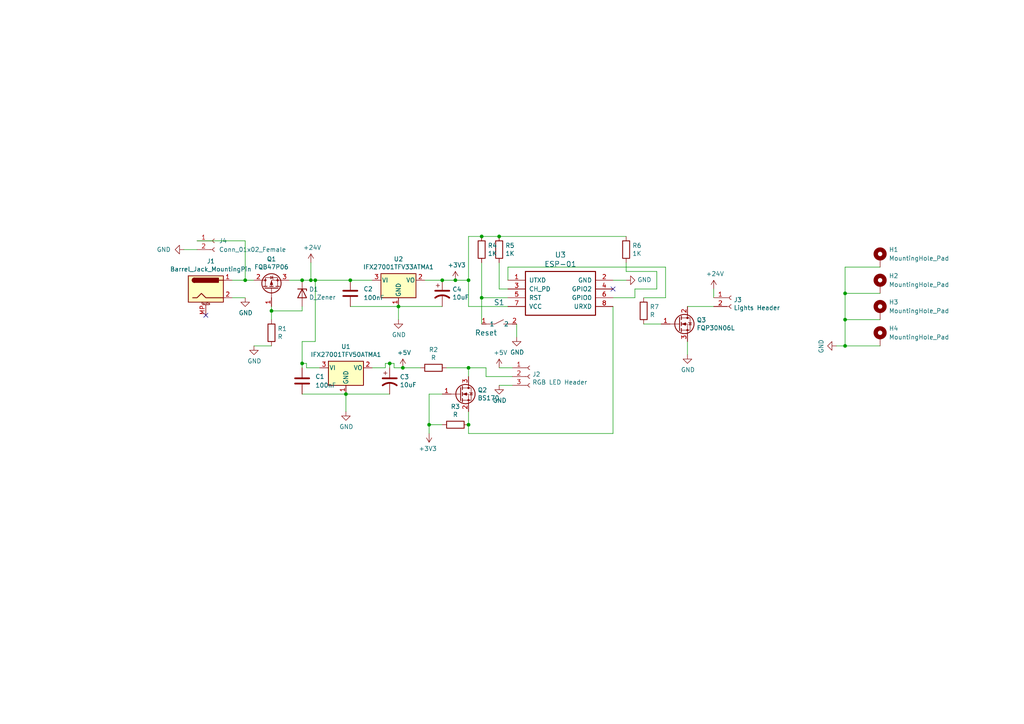
<source format=kicad_sch>
(kicad_sch (version 20211123) (generator eeschema)

  (uuid ff0a15eb-02f3-4a2e-a183-16c9389a6833)

  (paper "A4")

  (lib_symbols
    (symbol "Connector:Barrel_Jack_MountingPin" (pin_names hide) (in_bom yes) (on_board yes)
      (property "Reference" "J" (id 0) (at 0 5.334 0)
        (effects (font (size 1.27 1.27)))
      )
      (property "Value" "Barrel_Jack_MountingPin" (id 1) (at 1.27 -6.35 0)
        (effects (font (size 1.27 1.27)) (justify left))
      )
      (property "Footprint" "" (id 2) (at 1.27 -1.016 0)
        (effects (font (size 1.27 1.27)) hide)
      )
      (property "Datasheet" "~" (id 3) (at 1.27 -1.016 0)
        (effects (font (size 1.27 1.27)) hide)
      )
      (property "ki_keywords" "DC power barrel jack connector" (id 4) (at 0 0 0)
        (effects (font (size 1.27 1.27)) hide)
      )
      (property "ki_description" "DC Barrel Jack with a mounting pin" (id 5) (at 0 0 0)
        (effects (font (size 1.27 1.27)) hide)
      )
      (property "ki_fp_filters" "BarrelJack*" (id 6) (at 0 0 0)
        (effects (font (size 1.27 1.27)) hide)
      )
      (symbol "Barrel_Jack_MountingPin_0_1"
        (rectangle (start -5.08 3.81) (end 5.08 -3.81)
          (stroke (width 0.254) (type default) (color 0 0 0 0))
          (fill (type background))
        )
        (arc (start -3.302 3.175) (mid -3.937 2.54) (end -3.302 1.905)
          (stroke (width 0.254) (type default) (color 0 0 0 0))
          (fill (type none))
        )
        (arc (start -3.302 3.175) (mid -3.937 2.54) (end -3.302 1.905)
          (stroke (width 0.254) (type default) (color 0 0 0 0))
          (fill (type outline))
        )
        (polyline
          (pts
            (xy 5.08 2.54)
            (xy 3.81 2.54)
          )
          (stroke (width 0.254) (type default) (color 0 0 0 0))
          (fill (type none))
        )
        (polyline
          (pts
            (xy -3.81 -2.54)
            (xy -2.54 -2.54)
            (xy -1.27 -1.27)
            (xy 0 -2.54)
            (xy 2.54 -2.54)
            (xy 5.08 -2.54)
          )
          (stroke (width 0.254) (type default) (color 0 0 0 0))
          (fill (type none))
        )
        (rectangle (start 3.683 3.175) (end -3.302 1.905)
          (stroke (width 0.254) (type default) (color 0 0 0 0))
          (fill (type outline))
        )
      )
      (symbol "Barrel_Jack_MountingPin_1_1"
        (polyline
          (pts
            (xy -1.016 -4.572)
            (xy 1.016 -4.572)
          )
          (stroke (width 0.1524) (type default) (color 0 0 0 0))
          (fill (type none))
        )
        (text "Mounting" (at 0 -4.191 0)
          (effects (font (size 0.381 0.381)))
        )
        (pin passive line (at 7.62 2.54 180) (length 2.54)
          (name "~" (effects (font (size 1.27 1.27))))
          (number "1" (effects (font (size 1.27 1.27))))
        )
        (pin passive line (at 7.62 -2.54 180) (length 2.54)
          (name "~" (effects (font (size 1.27 1.27))))
          (number "2" (effects (font (size 1.27 1.27))))
        )
        (pin passive line (at 0 -7.62 90) (length 3.048)
          (name "MountPin" (effects (font (size 1.27 1.27))))
          (number "MP" (effects (font (size 1.27 1.27))))
        )
      )
    )
    (symbol "Connector:Conn_01x02_Female" (pin_names (offset 1.016) hide) (in_bom yes) (on_board yes)
      (property "Reference" "J" (id 0) (at 0 2.54 0)
        (effects (font (size 1.27 1.27)))
      )
      (property "Value" "Conn_01x02_Female" (id 1) (at 0 -5.08 0)
        (effects (font (size 1.27 1.27)))
      )
      (property "Footprint" "" (id 2) (at 0 0 0)
        (effects (font (size 1.27 1.27)) hide)
      )
      (property "Datasheet" "~" (id 3) (at 0 0 0)
        (effects (font (size 1.27 1.27)) hide)
      )
      (property "ki_keywords" "connector" (id 4) (at 0 0 0)
        (effects (font (size 1.27 1.27)) hide)
      )
      (property "ki_description" "Generic connector, single row, 01x02, script generated (kicad-library-utils/schlib/autogen/connector/)" (id 5) (at 0 0 0)
        (effects (font (size 1.27 1.27)) hide)
      )
      (property "ki_fp_filters" "Connector*:*_1x??_*" (id 6) (at 0 0 0)
        (effects (font (size 1.27 1.27)) hide)
      )
      (symbol "Conn_01x02_Female_1_1"
        (arc (start 0 -2.032) (mid -0.508 -2.54) (end 0 -3.048)
          (stroke (width 0.1524) (type default) (color 0 0 0 0))
          (fill (type none))
        )
        (polyline
          (pts
            (xy -1.27 -2.54)
            (xy -0.508 -2.54)
          )
          (stroke (width 0.1524) (type default) (color 0 0 0 0))
          (fill (type none))
        )
        (polyline
          (pts
            (xy -1.27 0)
            (xy -0.508 0)
          )
          (stroke (width 0.1524) (type default) (color 0 0 0 0))
          (fill (type none))
        )
        (arc (start 0 0.508) (mid -0.508 0) (end 0 -0.508)
          (stroke (width 0.1524) (type default) (color 0 0 0 0))
          (fill (type none))
        )
        (pin passive line (at -5.08 0 0) (length 3.81)
          (name "Pin_1" (effects (font (size 1.27 1.27))))
          (number "1" (effects (font (size 1.27 1.27))))
        )
        (pin passive line (at -5.08 -2.54 0) (length 3.81)
          (name "Pin_2" (effects (font (size 1.27 1.27))))
          (number "2" (effects (font (size 1.27 1.27))))
        )
      )
    )
    (symbol "Connector:Conn_01x03_Female" (pin_names (offset 1.016) hide) (in_bom yes) (on_board yes)
      (property "Reference" "J" (id 0) (at 0 5.08 0)
        (effects (font (size 1.27 1.27)))
      )
      (property "Value" "Conn_01x03_Female" (id 1) (at 0 -5.08 0)
        (effects (font (size 1.27 1.27)))
      )
      (property "Footprint" "" (id 2) (at 0 0 0)
        (effects (font (size 1.27 1.27)) hide)
      )
      (property "Datasheet" "~" (id 3) (at 0 0 0)
        (effects (font (size 1.27 1.27)) hide)
      )
      (property "ki_keywords" "connector" (id 4) (at 0 0 0)
        (effects (font (size 1.27 1.27)) hide)
      )
      (property "ki_description" "Generic connector, single row, 01x03, script generated (kicad-library-utils/schlib/autogen/connector/)" (id 5) (at 0 0 0)
        (effects (font (size 1.27 1.27)) hide)
      )
      (property "ki_fp_filters" "Connector*:*_1x??_*" (id 6) (at 0 0 0)
        (effects (font (size 1.27 1.27)) hide)
      )
      (symbol "Conn_01x03_Female_1_1"
        (arc (start 0 -2.032) (mid -0.508 -2.54) (end 0 -3.048)
          (stroke (width 0.1524) (type default) (color 0 0 0 0))
          (fill (type none))
        )
        (polyline
          (pts
            (xy -1.27 -2.54)
            (xy -0.508 -2.54)
          )
          (stroke (width 0.1524) (type default) (color 0 0 0 0))
          (fill (type none))
        )
        (polyline
          (pts
            (xy -1.27 0)
            (xy -0.508 0)
          )
          (stroke (width 0.1524) (type default) (color 0 0 0 0))
          (fill (type none))
        )
        (polyline
          (pts
            (xy -1.27 2.54)
            (xy -0.508 2.54)
          )
          (stroke (width 0.1524) (type default) (color 0 0 0 0))
          (fill (type none))
        )
        (arc (start 0 0.508) (mid -0.508 0) (end 0 -0.508)
          (stroke (width 0.1524) (type default) (color 0 0 0 0))
          (fill (type none))
        )
        (arc (start 0 3.048) (mid -0.508 2.54) (end 0 2.032)
          (stroke (width 0.1524) (type default) (color 0 0 0 0))
          (fill (type none))
        )
        (pin passive line (at -5.08 2.54 0) (length 3.81)
          (name "Pin_1" (effects (font (size 1.27 1.27))))
          (number "1" (effects (font (size 1.27 1.27))))
        )
        (pin passive line (at -5.08 0 0) (length 3.81)
          (name "Pin_2" (effects (font (size 1.27 1.27))))
          (number "2" (effects (font (size 1.27 1.27))))
        )
        (pin passive line (at -5.08 -2.54 0) (length 3.81)
          (name "Pin_3" (effects (font (size 1.27 1.27))))
          (number "3" (effects (font (size 1.27 1.27))))
        )
      )
    )
    (symbol "Device:C" (pin_numbers hide) (pin_names (offset 0.254)) (in_bom yes) (on_board yes)
      (property "Reference" "C" (id 0) (at 0.635 2.54 0)
        (effects (font (size 1.27 1.27)) (justify left))
      )
      (property "Value" "C" (id 1) (at 0.635 -2.54 0)
        (effects (font (size 1.27 1.27)) (justify left))
      )
      (property "Footprint" "" (id 2) (at 0.9652 -3.81 0)
        (effects (font (size 1.27 1.27)) hide)
      )
      (property "Datasheet" "~" (id 3) (at 0 0 0)
        (effects (font (size 1.27 1.27)) hide)
      )
      (property "ki_keywords" "cap capacitor" (id 4) (at 0 0 0)
        (effects (font (size 1.27 1.27)) hide)
      )
      (property "ki_description" "Unpolarized capacitor" (id 5) (at 0 0 0)
        (effects (font (size 1.27 1.27)) hide)
      )
      (property "ki_fp_filters" "C_*" (id 6) (at 0 0 0)
        (effects (font (size 1.27 1.27)) hide)
      )
      (symbol "C_0_1"
        (polyline
          (pts
            (xy -2.032 -0.762)
            (xy 2.032 -0.762)
          )
          (stroke (width 0.508) (type default) (color 0 0 0 0))
          (fill (type none))
        )
        (polyline
          (pts
            (xy -2.032 0.762)
            (xy 2.032 0.762)
          )
          (stroke (width 0.508) (type default) (color 0 0 0 0))
          (fill (type none))
        )
      )
      (symbol "C_1_1"
        (pin passive line (at 0 3.81 270) (length 2.794)
          (name "~" (effects (font (size 1.27 1.27))))
          (number "1" (effects (font (size 1.27 1.27))))
        )
        (pin passive line (at 0 -3.81 90) (length 2.794)
          (name "~" (effects (font (size 1.27 1.27))))
          (number "2" (effects (font (size 1.27 1.27))))
        )
      )
    )
    (symbol "Device:D_Zener" (pin_numbers hide) (pin_names (offset 1.016) hide) (in_bom yes) (on_board yes)
      (property "Reference" "D" (id 0) (at 0 2.54 0)
        (effects (font (size 1.27 1.27)))
      )
      (property "Value" "D_Zener" (id 1) (at 0 -2.54 0)
        (effects (font (size 1.27 1.27)))
      )
      (property "Footprint" "" (id 2) (at 0 0 0)
        (effects (font (size 1.27 1.27)) hide)
      )
      (property "Datasheet" "~" (id 3) (at 0 0 0)
        (effects (font (size 1.27 1.27)) hide)
      )
      (property "ki_keywords" "diode" (id 4) (at 0 0 0)
        (effects (font (size 1.27 1.27)) hide)
      )
      (property "ki_description" "Zener diode" (id 5) (at 0 0 0)
        (effects (font (size 1.27 1.27)) hide)
      )
      (property "ki_fp_filters" "TO-???* *_Diode_* *SingleDiode* D_*" (id 6) (at 0 0 0)
        (effects (font (size 1.27 1.27)) hide)
      )
      (symbol "D_Zener_0_1"
        (polyline
          (pts
            (xy 1.27 0)
            (xy -1.27 0)
          )
          (stroke (width 0) (type default) (color 0 0 0 0))
          (fill (type none))
        )
        (polyline
          (pts
            (xy -1.27 -1.27)
            (xy -1.27 1.27)
            (xy -0.762 1.27)
          )
          (stroke (width 0.254) (type default) (color 0 0 0 0))
          (fill (type none))
        )
        (polyline
          (pts
            (xy 1.27 -1.27)
            (xy 1.27 1.27)
            (xy -1.27 0)
            (xy 1.27 -1.27)
          )
          (stroke (width 0.254) (type default) (color 0 0 0 0))
          (fill (type none))
        )
      )
      (symbol "D_Zener_1_1"
        (pin passive line (at -3.81 0 0) (length 2.54)
          (name "K" (effects (font (size 1.27 1.27))))
          (number "1" (effects (font (size 1.27 1.27))))
        )
        (pin passive line (at 3.81 0 180) (length 2.54)
          (name "A" (effects (font (size 1.27 1.27))))
          (number "2" (effects (font (size 1.27 1.27))))
        )
      )
    )
    (symbol "Device:R" (pin_numbers hide) (pin_names (offset 0)) (in_bom yes) (on_board yes)
      (property "Reference" "R" (id 0) (at 2.032 0 90)
        (effects (font (size 1.27 1.27)))
      )
      (property "Value" "R" (id 1) (at 0 0 90)
        (effects (font (size 1.27 1.27)))
      )
      (property "Footprint" "" (id 2) (at -1.778 0 90)
        (effects (font (size 1.27 1.27)) hide)
      )
      (property "Datasheet" "~" (id 3) (at 0 0 0)
        (effects (font (size 1.27 1.27)) hide)
      )
      (property "ki_keywords" "R res resistor" (id 4) (at 0 0 0)
        (effects (font (size 1.27 1.27)) hide)
      )
      (property "ki_description" "Resistor" (id 5) (at 0 0 0)
        (effects (font (size 1.27 1.27)) hide)
      )
      (property "ki_fp_filters" "R_*" (id 6) (at 0 0 0)
        (effects (font (size 1.27 1.27)) hide)
      )
      (symbol "R_0_1"
        (rectangle (start -1.016 -2.54) (end 1.016 2.54)
          (stroke (width 0.254) (type default) (color 0 0 0 0))
          (fill (type none))
        )
      )
      (symbol "R_1_1"
        (pin passive line (at 0 3.81 270) (length 1.27)
          (name "~" (effects (font (size 1.27 1.27))))
          (number "1" (effects (font (size 1.27 1.27))))
        )
        (pin passive line (at 0 -3.81 90) (length 1.27)
          (name "~" (effects (font (size 1.27 1.27))))
          (number "2" (effects (font (size 1.27 1.27))))
        )
      )
    )
    (symbol "Mechanical:MountingHole_Pad" (pin_numbers hide) (pin_names (offset 1.016) hide) (in_bom yes) (on_board yes)
      (property "Reference" "H" (id 0) (at 0 6.35 0)
        (effects (font (size 1.27 1.27)))
      )
      (property "Value" "MountingHole_Pad" (id 1) (at 0 4.445 0)
        (effects (font (size 1.27 1.27)))
      )
      (property "Footprint" "" (id 2) (at 0 0 0)
        (effects (font (size 1.27 1.27)) hide)
      )
      (property "Datasheet" "~" (id 3) (at 0 0 0)
        (effects (font (size 1.27 1.27)) hide)
      )
      (property "ki_keywords" "mounting hole" (id 4) (at 0 0 0)
        (effects (font (size 1.27 1.27)) hide)
      )
      (property "ki_description" "Mounting Hole with connection" (id 5) (at 0 0 0)
        (effects (font (size 1.27 1.27)) hide)
      )
      (property "ki_fp_filters" "MountingHole*Pad*" (id 6) (at 0 0 0)
        (effects (font (size 1.27 1.27)) hide)
      )
      (symbol "MountingHole_Pad_0_1"
        (circle (center 0 1.27) (radius 1.27)
          (stroke (width 1.27) (type default) (color 0 0 0 0))
          (fill (type none))
        )
      )
      (symbol "MountingHole_Pad_1_1"
        (pin input line (at 0 -2.54 90) (length 2.54)
          (name "1" (effects (font (size 1.27 1.27))))
          (number "1" (effects (font (size 1.27 1.27))))
        )
      )
    )
    (symbol "Regulator_Linear:AMS1117-3.3" (pin_names (offset 0.254)) (in_bom yes) (on_board yes)
      (property "Reference" "U" (id 0) (at -3.81 3.175 0)
        (effects (font (size 1.27 1.27)))
      )
      (property "Value" "AMS1117-3.3" (id 1) (at 0 3.175 0)
        (effects (font (size 1.27 1.27)) (justify left))
      )
      (property "Footprint" "Package_TO_SOT_SMD:SOT-223-3_TabPin2" (id 2) (at 0 5.08 0)
        (effects (font (size 1.27 1.27)) hide)
      )
      (property "Datasheet" "http://www.advanced-monolithic.com/pdf/ds1117.pdf" (id 3) (at 2.54 -6.35 0)
        (effects (font (size 1.27 1.27)) hide)
      )
      (property "ki_keywords" "linear regulator ldo fixed positive" (id 4) (at 0 0 0)
        (effects (font (size 1.27 1.27)) hide)
      )
      (property "ki_description" "1A Low Dropout regulator, positive, 3.3V fixed output, SOT-223" (id 5) (at 0 0 0)
        (effects (font (size 1.27 1.27)) hide)
      )
      (property "ki_fp_filters" "SOT?223*TabPin2*" (id 6) (at 0 0 0)
        (effects (font (size 1.27 1.27)) hide)
      )
      (symbol "AMS1117-3.3_0_1"
        (rectangle (start -5.08 -5.08) (end 5.08 1.905)
          (stroke (width 0.254) (type default) (color 0 0 0 0))
          (fill (type background))
        )
      )
      (symbol "AMS1117-3.3_1_1"
        (pin power_in line (at 0 -7.62 90) (length 2.54)
          (name "GND" (effects (font (size 1.27 1.27))))
          (number "1" (effects (font (size 1.27 1.27))))
        )
        (pin power_out line (at 7.62 0 180) (length 2.54)
          (name "VO" (effects (font (size 1.27 1.27))))
          (number "2" (effects (font (size 1.27 1.27))))
        )
        (pin power_in line (at -7.62 0 0) (length 2.54)
          (name "VI" (effects (font (size 1.27 1.27))))
          (number "3" (effects (font (size 1.27 1.27))))
        )
      )
    )
    (symbol "Simplified01-rescue:+3.3V-power" (power) (pin_names (offset 0)) (in_bom yes) (on_board yes)
      (property "Reference" "#PWR" (id 0) (at 0 -3.81 0)
        (effects (font (size 1.27 1.27)) hide)
      )
      (property "Value" "+3.3V-power" (id 1) (at 0 3.556 0)
        (effects (font (size 1.27 1.27)))
      )
      (property "Footprint" "" (id 2) (at 0 0 0)
        (effects (font (size 1.27 1.27)) hide)
      )
      (property "Datasheet" "" (id 3) (at 0 0 0)
        (effects (font (size 1.27 1.27)) hide)
      )
      (symbol "+3.3V-power_0_1"
        (polyline
          (pts
            (xy -0.762 1.27)
            (xy 0 2.54)
          )
          (stroke (width 0) (type default) (color 0 0 0 0))
          (fill (type none))
        )
        (polyline
          (pts
            (xy 0 0)
            (xy 0 2.54)
          )
          (stroke (width 0) (type default) (color 0 0 0 0))
          (fill (type none))
        )
        (polyline
          (pts
            (xy 0 2.54)
            (xy 0.762 1.27)
          )
          (stroke (width 0) (type default) (color 0 0 0 0))
          (fill (type none))
        )
      )
      (symbol "+3.3V-power_1_1"
        (pin power_in line (at 0 0 90) (length 0) hide
          (name "+3V3" (effects (font (size 1.27 1.27))))
          (number "1" (effects (font (size 1.27 1.27))))
        )
      )
    )
    (symbol "Simplified01-rescue:CP1-Device" (pin_numbers hide) (pin_names (offset 0.254) hide) (in_bom yes) (on_board yes)
      (property "Reference" "C" (id 0) (at 0.635 2.54 0)
        (effects (font (size 1.27 1.27)) (justify left))
      )
      (property "Value" "CP1-Device" (id 1) (at 0.635 -2.54 0)
        (effects (font (size 1.27 1.27)) (justify left))
      )
      (property "Footprint" "" (id 2) (at 0 0 0)
        (effects (font (size 1.27 1.27)) hide)
      )
      (property "Datasheet" "" (id 3) (at 0 0 0)
        (effects (font (size 1.27 1.27)) hide)
      )
      (property "ki_fp_filters" "CP_*" (id 4) (at 0 0 0)
        (effects (font (size 1.27 1.27)) hide)
      )
      (symbol "CP1-Device_0_1"
        (polyline
          (pts
            (xy -2.032 0.762)
            (xy 2.032 0.762)
          )
          (stroke (width 0.508) (type default) (color 0 0 0 0))
          (fill (type none))
        )
        (polyline
          (pts
            (xy -1.778 2.286)
            (xy -0.762 2.286)
          )
          (stroke (width 0) (type default) (color 0 0 0 0))
          (fill (type none))
        )
        (polyline
          (pts
            (xy -1.27 1.778)
            (xy -1.27 2.794)
          )
          (stroke (width 0) (type default) (color 0 0 0 0))
          (fill (type none))
        )
        (arc (start 2.032 -1.27) (mid 0 -0.5572) (end -2.032 -1.27)
          (stroke (width 0.508) (type default) (color 0 0 0 0))
          (fill (type none))
        )
      )
      (symbol "CP1-Device_1_1"
        (pin passive line (at 0 3.81 270) (length 2.794)
          (name "~" (effects (font (size 1.27 1.27))))
          (number "1" (effects (font (size 1.27 1.27))))
        )
        (pin passive line (at 0 -3.81 90) (length 3.302)
          (name "~" (effects (font (size 1.27 1.27))))
          (number "2" (effects (font (size 1.27 1.27))))
        )
      )
    )
    (symbol "Simplified01-rescue:ESP-01-espressif-xess" (pin_names (offset 1.016)) (in_bom yes) (on_board yes)
      (property "Reference" "U" (id 0) (at 5.08 6.35 0)
        (effects (font (size 1.524 1.524)) (justify left))
      )
      (property "Value" "ESP-01-espressif-xess" (id 1) (at 5.08 3.81 0)
        (effects (font (size 1.524 1.524)) (justify left))
      )
      (property "Footprint" "" (id 2) (at 0 0 0)
        (effects (font (size 1.27 1.27)) hide)
      )
      (property "Datasheet" "" (id 3) (at 0 0 0)
        (effects (font (size 1.27 1.27)) hide)
      )
      (property "ki_locked" "" (id 4) (at 0 0 0)
        (effects (font (size 1.27 1.27)))
      )
      (symbol "ESP-01-espressif-xess_1_1"
        (rectangle (start 5.08 2.54) (end 25.4 -10.16)
          (stroke (width 0.3048) (type default) (color 0 0 0 0))
          (fill (type none))
        )
        (pin output line (at 0 0 0) (length 5.08)
          (name "UTXD" (effects (font (size 1.27 1.27))))
          (number "1" (effects (font (size 1.27 1.27))))
        )
        (pin power_in line (at 30.48 0 180) (length 5.08)
          (name "GND" (effects (font (size 1.27 1.27))))
          (number "2" (effects (font (size 1.27 1.27))))
        )
        (pin input line (at 0 -2.54 0) (length 5.08)
          (name "CH_PD" (effects (font (size 1.27 1.27))))
          (number "3" (effects (font (size 1.27 1.27))))
        )
        (pin tri_state line (at 30.48 -2.54 180) (length 5.08)
          (name "GPIO2" (effects (font (size 1.27 1.27))))
          (number "4" (effects (font (size 1.27 1.27))))
        )
        (pin input line (at 0 -5.08 0) (length 5.08)
          (name "RST" (effects (font (size 1.27 1.27))))
          (number "5" (effects (font (size 1.27 1.27))))
        )
        (pin tri_state line (at 30.48 -5.08 180) (length 5.08)
          (name "GPIO0" (effects (font (size 1.27 1.27))))
          (number "6" (effects (font (size 1.27 1.27))))
        )
        (pin power_in line (at 0 -7.62 0) (length 5.08)
          (name "VCC" (effects (font (size 1.27 1.27))))
          (number "7" (effects (font (size 1.27 1.27))))
        )
        (pin input line (at 30.48 -7.62 180) (length 5.08)
          (name "URXD" (effects (font (size 1.27 1.27))))
          (number "8" (effects (font (size 1.27 1.27))))
        )
      )
    )
    (symbol "Simplified01-rescue:SW-K-Type" (pin_names (offset 1.016)) (in_bom yes) (on_board yes)
      (property "Reference" "S" (id 0) (at 0 2.54 0)
        (effects (font (size 1.524 1.524)))
      )
      (property "Value" "SW-K-Type" (id 1) (at 0 -1.27 0)
        (effects (font (size 1.524 1.524)))
      )
      (property "Footprint" "" (id 2) (at 0 0 0)
        (effects (font (size 1.524 1.524)))
      )
      (property "Datasheet" "" (id 3) (at 0 0 0)
        (effects (font (size 1.524 1.524)))
      )
      (symbol "SW-K-Type_0_1"
        (polyline
          (pts
            (xy 2.54 0)
            (xy 1.27 0)
          )
          (stroke (width 0) (type default) (color 0 0 0 0))
          (fill (type none))
        )
        (polyline
          (pts
            (xy 3.81 0)
            (xy 2.54 0)
          )
          (stroke (width 0) (type default) (color 0 0 0 0))
          (fill (type none))
        )
        (polyline
          (pts
            (xy 1.27 1.27)
            (xy -1.27 0)
            (xy -3.81 0)
          )
          (stroke (width 0) (type default) (color 0 0 0 0))
          (fill (type none))
        )
      )
      (symbol "SW-K-Type_1_1"
        (pin bidirectional line (at -5.08 0 0) (length 1.27)
          (name "1" (effects (font (size 1.27 1.27))))
          (number "1" (effects (font (size 1.27 1.27))))
        )
        (pin bidirectional line (at 5.08 0 180) (length 1.27)
          (name "2" (effects (font (size 1.27 1.27))))
          (number "2" (effects (font (size 1.27 1.27))))
        )
      )
    )
    (symbol "Transistor_FET:BS170F" (pin_names hide) (in_bom yes) (on_board yes)
      (property "Reference" "Q" (id 0) (at 5.08 1.905 0)
        (effects (font (size 1.27 1.27)) (justify left))
      )
      (property "Value" "BS170F" (id 1) (at 5.08 0 0)
        (effects (font (size 1.27 1.27)) (justify left))
      )
      (property "Footprint" "Package_TO_SOT_SMD:SOT-23" (id 2) (at 5.08 -1.905 0)
        (effects (font (size 1.27 1.27) italic) (justify left) hide)
      )
      (property "Datasheet" "http://www.diodes.com/assets/Datasheets/BS170F.pdf" (id 3) (at 0 0 0)
        (effects (font (size 1.27 1.27)) (justify left) hide)
      )
      (property "ki_keywords" "N-Channel MOSFET" (id 4) (at 0 0 0)
        (effects (font (size 1.27 1.27)) hide)
      )
      (property "ki_description" "0.15A Id, 60V Vds, N-Channel MOSFET, SOT-23" (id 5) (at 0 0 0)
        (effects (font (size 1.27 1.27)) hide)
      )
      (property "ki_fp_filters" "SOT?23*" (id 6) (at 0 0 0)
        (effects (font (size 1.27 1.27)) hide)
      )
      (symbol "BS170F_0_1"
        (polyline
          (pts
            (xy 0.254 0)
            (xy -2.54 0)
          )
          (stroke (width 0) (type default) (color 0 0 0 0))
          (fill (type none))
        )
        (polyline
          (pts
            (xy 0.254 1.905)
            (xy 0.254 -1.905)
          )
          (stroke (width 0.254) (type default) (color 0 0 0 0))
          (fill (type none))
        )
        (polyline
          (pts
            (xy 0.762 -1.27)
            (xy 0.762 -2.286)
          )
          (stroke (width 0.254) (type default) (color 0 0 0 0))
          (fill (type none))
        )
        (polyline
          (pts
            (xy 0.762 0.508)
            (xy 0.762 -0.508)
          )
          (stroke (width 0.254) (type default) (color 0 0 0 0))
          (fill (type none))
        )
        (polyline
          (pts
            (xy 0.762 2.286)
            (xy 0.762 1.27)
          )
          (stroke (width 0.254) (type default) (color 0 0 0 0))
          (fill (type none))
        )
        (polyline
          (pts
            (xy 2.54 2.54)
            (xy 2.54 1.778)
          )
          (stroke (width 0) (type default) (color 0 0 0 0))
          (fill (type none))
        )
        (polyline
          (pts
            (xy 2.54 -2.54)
            (xy 2.54 0)
            (xy 0.762 0)
          )
          (stroke (width 0) (type default) (color 0 0 0 0))
          (fill (type none))
        )
        (polyline
          (pts
            (xy 0.762 -1.778)
            (xy 3.302 -1.778)
            (xy 3.302 1.778)
            (xy 0.762 1.778)
          )
          (stroke (width 0) (type default) (color 0 0 0 0))
          (fill (type none))
        )
        (polyline
          (pts
            (xy 1.016 0)
            (xy 2.032 0.381)
            (xy 2.032 -0.381)
            (xy 1.016 0)
          )
          (stroke (width 0) (type default) (color 0 0 0 0))
          (fill (type outline))
        )
        (polyline
          (pts
            (xy 2.794 0.508)
            (xy 2.921 0.381)
            (xy 3.683 0.381)
            (xy 3.81 0.254)
          )
          (stroke (width 0) (type default) (color 0 0 0 0))
          (fill (type none))
        )
        (polyline
          (pts
            (xy 3.302 0.381)
            (xy 2.921 -0.254)
            (xy 3.683 -0.254)
            (xy 3.302 0.381)
          )
          (stroke (width 0) (type default) (color 0 0 0 0))
          (fill (type none))
        )
        (circle (center 1.651 0) (radius 2.794)
          (stroke (width 0.254) (type default) (color 0 0 0 0))
          (fill (type none))
        )
        (circle (center 2.54 -1.778) (radius 0.254)
          (stroke (width 0) (type default) (color 0 0 0 0))
          (fill (type outline))
        )
        (circle (center 2.54 1.778) (radius 0.254)
          (stroke (width 0) (type default) (color 0 0 0 0))
          (fill (type outline))
        )
      )
      (symbol "BS170F_1_1"
        (pin input line (at -5.08 0 0) (length 2.54)
          (name "G" (effects (font (size 1.27 1.27))))
          (number "1" (effects (font (size 1.27 1.27))))
        )
        (pin passive line (at 2.54 -5.08 90) (length 2.54)
          (name "S" (effects (font (size 1.27 1.27))))
          (number "2" (effects (font (size 1.27 1.27))))
        )
        (pin passive line (at 2.54 5.08 270) (length 2.54)
          (name "D" (effects (font (size 1.27 1.27))))
          (number "3" (effects (font (size 1.27 1.27))))
        )
      )
    )
    (symbol "Transistor_FET:IRLB8721PBF" (pin_names hide) (in_bom yes) (on_board yes)
      (property "Reference" "Q" (id 0) (at 6.35 1.905 0)
        (effects (font (size 1.27 1.27)) (justify left))
      )
      (property "Value" "IRLB8721PBF" (id 1) (at 6.35 0 0)
        (effects (font (size 1.27 1.27)) (justify left))
      )
      (property "Footprint" "Package_TO_SOT_THT:TO-220-3_Vertical" (id 2) (at 6.35 -1.905 0)
        (effects (font (size 1.27 1.27) italic) (justify left) hide)
      )
      (property "Datasheet" "http://www.infineon.com/dgdl/irlb8721pbf.pdf?fileId=5546d462533600a40153566056732591" (id 3) (at 0 0 0)
        (effects (font (size 1.27 1.27)) (justify left) hide)
      )
      (property "ki_keywords" "N-Channel HEXFET MOSFET Logic-Level" (id 4) (at 0 0 0)
        (effects (font (size 1.27 1.27)) hide)
      )
      (property "ki_description" "62A Id, 30V Vds, 8.7 mOhm Rds, N-Channel HEXFET Power MOSFET, TO-220" (id 5) (at 0 0 0)
        (effects (font (size 1.27 1.27)) hide)
      )
      (property "ki_fp_filters" "TO?220*" (id 6) (at 0 0 0)
        (effects (font (size 1.27 1.27)) hide)
      )
      (symbol "IRLB8721PBF_0_1"
        (polyline
          (pts
            (xy 0.254 0)
            (xy -2.54 0)
          )
          (stroke (width 0) (type default) (color 0 0 0 0))
          (fill (type none))
        )
        (polyline
          (pts
            (xy 0.254 1.905)
            (xy 0.254 -1.905)
          )
          (stroke (width 0.254) (type default) (color 0 0 0 0))
          (fill (type none))
        )
        (polyline
          (pts
            (xy 0.762 -1.27)
            (xy 0.762 -2.286)
          )
          (stroke (width 0.254) (type default) (color 0 0 0 0))
          (fill (type none))
        )
        (polyline
          (pts
            (xy 0.762 0.508)
            (xy 0.762 -0.508)
          )
          (stroke (width 0.254) (type default) (color 0 0 0 0))
          (fill (type none))
        )
        (polyline
          (pts
            (xy 0.762 2.286)
            (xy 0.762 1.27)
          )
          (stroke (width 0.254) (type default) (color 0 0 0 0))
          (fill (type none))
        )
        (polyline
          (pts
            (xy 2.54 2.54)
            (xy 2.54 1.778)
          )
          (stroke (width 0) (type default) (color 0 0 0 0))
          (fill (type none))
        )
        (polyline
          (pts
            (xy 2.54 -2.54)
            (xy 2.54 0)
            (xy 0.762 0)
          )
          (stroke (width 0) (type default) (color 0 0 0 0))
          (fill (type none))
        )
        (polyline
          (pts
            (xy 0.762 -1.778)
            (xy 3.302 -1.778)
            (xy 3.302 1.778)
            (xy 0.762 1.778)
          )
          (stroke (width 0) (type default) (color 0 0 0 0))
          (fill (type none))
        )
        (polyline
          (pts
            (xy 1.016 0)
            (xy 2.032 0.381)
            (xy 2.032 -0.381)
            (xy 1.016 0)
          )
          (stroke (width 0) (type default) (color 0 0 0 0))
          (fill (type outline))
        )
        (polyline
          (pts
            (xy 2.794 0.508)
            (xy 2.921 0.381)
            (xy 3.683 0.381)
            (xy 3.81 0.254)
          )
          (stroke (width 0) (type default) (color 0 0 0 0))
          (fill (type none))
        )
        (polyline
          (pts
            (xy 3.302 0.381)
            (xy 2.921 -0.254)
            (xy 3.683 -0.254)
            (xy 3.302 0.381)
          )
          (stroke (width 0) (type default) (color 0 0 0 0))
          (fill (type none))
        )
        (circle (center 1.651 0) (radius 2.794)
          (stroke (width 0.254) (type default) (color 0 0 0 0))
          (fill (type none))
        )
        (circle (center 2.54 -1.778) (radius 0.254)
          (stroke (width 0) (type default) (color 0 0 0 0))
          (fill (type outline))
        )
        (circle (center 2.54 1.778) (radius 0.254)
          (stroke (width 0) (type default) (color 0 0 0 0))
          (fill (type outline))
        )
      )
      (symbol "IRLB8721PBF_1_1"
        (pin input line (at -5.08 0 0) (length 2.54)
          (name "G" (effects (font (size 1.27 1.27))))
          (number "1" (effects (font (size 1.27 1.27))))
        )
        (pin passive line (at 2.54 5.08 270) (length 2.54)
          (name "D" (effects (font (size 1.27 1.27))))
          (number "2" (effects (font (size 1.27 1.27))))
        )
        (pin passive line (at 2.54 -5.08 90) (length 2.54)
          (name "S" (effects (font (size 1.27 1.27))))
          (number "3" (effects (font (size 1.27 1.27))))
        )
      )
    )
    (symbol "Transistor_FET:SUD50P06-15" (pin_names hide) (in_bom yes) (on_board yes)
      (property "Reference" "Q" (id 0) (at 4.953 1.905 0)
        (effects (font (size 1.27 1.27)) (justify left))
      )
      (property "Value" "SUD50P06-15" (id 1) (at 4.953 0 0)
        (effects (font (size 1.27 1.27)) (justify left))
      )
      (property "Footprint" "Package_TO_SOT_SMD:TO-252-2" (id 2) (at 4.953 -1.905 0)
        (effects (font (size 1.27 1.27) italic) (justify left) hide)
      )
      (property "Datasheet" "https://www.vishay.com/docs/68940/sud50p06.pdf" (id 3) (at 0 0 0)
        (effects (font (size 1.27 1.27)) hide)
      )
      (property "ki_keywords" "TrenchFET P-Channel Power MOSFET" (id 4) (at 0 0 0)
        (effects (font (size 1.27 1.27)) hide)
      )
      (property "ki_description" "50A Id, 60V Vds, TrenchFET P-Channel Power MOSFET, 15mOhm Ron, 165nC Qg, -55 to 150 °C, TO-252-2" (id 5) (at 0 0 0)
        (effects (font (size 1.27 1.27)) hide)
      )
      (property "ki_fp_filters" "TO?252*" (id 6) (at 0 0 0)
        (effects (font (size 1.27 1.27)) hide)
      )
      (symbol "SUD50P06-15_0_1"
        (polyline
          (pts
            (xy 0.254 0)
            (xy -2.54 0)
          )
          (stroke (width 0) (type default) (color 0 0 0 0))
          (fill (type none))
        )
        (polyline
          (pts
            (xy 0.254 1.905)
            (xy 0.254 -1.905)
          )
          (stroke (width 0.254) (type default) (color 0 0 0 0))
          (fill (type none))
        )
        (polyline
          (pts
            (xy 0.762 -1.27)
            (xy 0.762 -2.286)
          )
          (stroke (width 0.254) (type default) (color 0 0 0 0))
          (fill (type none))
        )
        (polyline
          (pts
            (xy 0.762 0.508)
            (xy 0.762 -0.508)
          )
          (stroke (width 0.254) (type default) (color 0 0 0 0))
          (fill (type none))
        )
        (polyline
          (pts
            (xy 0.762 2.286)
            (xy 0.762 1.27)
          )
          (stroke (width 0.254) (type default) (color 0 0 0 0))
          (fill (type none))
        )
        (polyline
          (pts
            (xy 2.54 2.54)
            (xy 2.54 1.778)
          )
          (stroke (width 0) (type default) (color 0 0 0 0))
          (fill (type none))
        )
        (polyline
          (pts
            (xy 2.54 -2.54)
            (xy 2.54 0)
            (xy 0.762 0)
          )
          (stroke (width 0) (type default) (color 0 0 0 0))
          (fill (type none))
        )
        (polyline
          (pts
            (xy 0.762 1.778)
            (xy 3.302 1.778)
            (xy 3.302 -1.778)
            (xy 0.762 -1.778)
          )
          (stroke (width 0) (type default) (color 0 0 0 0))
          (fill (type none))
        )
        (polyline
          (pts
            (xy 2.286 0)
            (xy 1.27 0.381)
            (xy 1.27 -0.381)
            (xy 2.286 0)
          )
          (stroke (width 0) (type default) (color 0 0 0 0))
          (fill (type outline))
        )
        (polyline
          (pts
            (xy 2.794 -0.508)
            (xy 2.921 -0.381)
            (xy 3.683 -0.381)
            (xy 3.81 -0.254)
          )
          (stroke (width 0) (type default) (color 0 0 0 0))
          (fill (type none))
        )
        (polyline
          (pts
            (xy 3.302 -0.381)
            (xy 2.921 0.254)
            (xy 3.683 0.254)
            (xy 3.302 -0.381)
          )
          (stroke (width 0) (type default) (color 0 0 0 0))
          (fill (type none))
        )
        (circle (center 1.651 0) (radius 2.794)
          (stroke (width 0.254) (type default) (color 0 0 0 0))
          (fill (type none))
        )
        (circle (center 2.54 -1.778) (radius 0.254)
          (stroke (width 0) (type default) (color 0 0 0 0))
          (fill (type outline))
        )
        (circle (center 2.54 1.778) (radius 0.254)
          (stroke (width 0) (type default) (color 0 0 0 0))
          (fill (type outline))
        )
      )
      (symbol "SUD50P06-15_1_1"
        (pin input line (at -5.08 0 0) (length 2.54)
          (name "G" (effects (font (size 1.27 1.27))))
          (number "1" (effects (font (size 1.27 1.27))))
        )
        (pin passive line (at 2.54 5.08 270) (length 2.54)
          (name "D" (effects (font (size 1.27 1.27))))
          (number "2" (effects (font (size 1.27 1.27))))
        )
        (pin passive line (at 2.54 -5.08 90) (length 2.54)
          (name "S" (effects (font (size 1.27 1.27))))
          (number "3" (effects (font (size 1.27 1.27))))
        )
      )
    )
    (symbol "power:+24V" (power) (pin_names (offset 0)) (in_bom yes) (on_board yes)
      (property "Reference" "#PWR" (id 0) (at 0 -3.81 0)
        (effects (font (size 1.27 1.27)) hide)
      )
      (property "Value" "+24V" (id 1) (at 0 3.556 0)
        (effects (font (size 1.27 1.27)))
      )
      (property "Footprint" "" (id 2) (at 0 0 0)
        (effects (font (size 1.27 1.27)) hide)
      )
      (property "Datasheet" "" (id 3) (at 0 0 0)
        (effects (font (size 1.27 1.27)) hide)
      )
      (property "ki_keywords" "power-flag" (id 4) (at 0 0 0)
        (effects (font (size 1.27 1.27)) hide)
      )
      (property "ki_description" "Power symbol creates a global label with name \"+24V\"" (id 5) (at 0 0 0)
        (effects (font (size 1.27 1.27)) hide)
      )
      (symbol "+24V_0_1"
        (polyline
          (pts
            (xy -0.762 1.27)
            (xy 0 2.54)
          )
          (stroke (width 0) (type default) (color 0 0 0 0))
          (fill (type none))
        )
        (polyline
          (pts
            (xy 0 0)
            (xy 0 2.54)
          )
          (stroke (width 0) (type default) (color 0 0 0 0))
          (fill (type none))
        )
        (polyline
          (pts
            (xy 0 2.54)
            (xy 0.762 1.27)
          )
          (stroke (width 0) (type default) (color 0 0 0 0))
          (fill (type none))
        )
      )
      (symbol "+24V_1_1"
        (pin power_in line (at 0 0 90) (length 0) hide
          (name "+24V" (effects (font (size 1.27 1.27))))
          (number "1" (effects (font (size 1.27 1.27))))
        )
      )
    )
    (symbol "power:+5V" (power) (pin_names (offset 0)) (in_bom yes) (on_board yes)
      (property "Reference" "#PWR" (id 0) (at 0 -3.81 0)
        (effects (font (size 1.27 1.27)) hide)
      )
      (property "Value" "+5V" (id 1) (at 0 3.556 0)
        (effects (font (size 1.27 1.27)))
      )
      (property "Footprint" "" (id 2) (at 0 0 0)
        (effects (font (size 1.27 1.27)) hide)
      )
      (property "Datasheet" "" (id 3) (at 0 0 0)
        (effects (font (size 1.27 1.27)) hide)
      )
      (property "ki_keywords" "power-flag" (id 4) (at 0 0 0)
        (effects (font (size 1.27 1.27)) hide)
      )
      (property "ki_description" "Power symbol creates a global label with name \"+5V\"" (id 5) (at 0 0 0)
        (effects (font (size 1.27 1.27)) hide)
      )
      (symbol "+5V_0_1"
        (polyline
          (pts
            (xy -0.762 1.27)
            (xy 0 2.54)
          )
          (stroke (width 0) (type default) (color 0 0 0 0))
          (fill (type none))
        )
        (polyline
          (pts
            (xy 0 0)
            (xy 0 2.54)
          )
          (stroke (width 0) (type default) (color 0 0 0 0))
          (fill (type none))
        )
        (polyline
          (pts
            (xy 0 2.54)
            (xy 0.762 1.27)
          )
          (stroke (width 0) (type default) (color 0 0 0 0))
          (fill (type none))
        )
      )
      (symbol "+5V_1_1"
        (pin power_in line (at 0 0 90) (length 0) hide
          (name "+5V" (effects (font (size 1.27 1.27))))
          (number "1" (effects (font (size 1.27 1.27))))
        )
      )
    )
    (symbol "power:GND" (power) (pin_names (offset 0)) (in_bom yes) (on_board yes)
      (property "Reference" "#PWR" (id 0) (at 0 -6.35 0)
        (effects (font (size 1.27 1.27)) hide)
      )
      (property "Value" "GND" (id 1) (at 0 -3.81 0)
        (effects (font (size 1.27 1.27)))
      )
      (property "Footprint" "" (id 2) (at 0 0 0)
        (effects (font (size 1.27 1.27)) hide)
      )
      (property "Datasheet" "" (id 3) (at 0 0 0)
        (effects (font (size 1.27 1.27)) hide)
      )
      (property "ki_keywords" "power-flag" (id 4) (at 0 0 0)
        (effects (font (size 1.27 1.27)) hide)
      )
      (property "ki_description" "Power symbol creates a global label with name \"GND\" , ground" (id 5) (at 0 0 0)
        (effects (font (size 1.27 1.27)) hide)
      )
      (symbol "GND_0_1"
        (polyline
          (pts
            (xy 0 0)
            (xy 0 -1.27)
            (xy 1.27 -1.27)
            (xy 0 -2.54)
            (xy -1.27 -1.27)
            (xy 0 -1.27)
          )
          (stroke (width 0) (type default) (color 0 0 0 0))
          (fill (type none))
        )
      )
      (symbol "GND_1_1"
        (pin power_in line (at 0 0 270) (length 0) hide
          (name "GND" (effects (font (size 1.27 1.27))))
          (number "1" (effects (font (size 1.27 1.27))))
        )
      )
    )
  )

  (junction (at 135.89 106.68) (diameter 0) (color 0 0 0 0)
    (uuid 0c7705e5-442e-411b-b86d-5ec72874f0b8)
  )
  (junction (at 245.11 100.33) (diameter 0) (color 0 0 0 0)
    (uuid 1d3a133d-b1eb-4d3a-95df-eb3b8b34e1aa)
  )
  (junction (at 245.11 92.71) (diameter 0) (color 0 0 0 0)
    (uuid 220e3df9-fd27-4c2c-bcc7-394686d7f970)
  )
  (junction (at 135.89 123.19) (diameter 0) (color 0 0 0 0)
    (uuid 253e1ea5-a8c9-49d9-87ce-eafa20532f47)
  )
  (junction (at 91.44 81.28) (diameter 0) (color 0 0 0 0)
    (uuid 27d412a5-2fc1-4b0c-8f17-0ba45a4adad9)
  )
  (junction (at 128.27 81.28) (diameter 0) (color 0 0 0 0)
    (uuid 2905ec33-0a92-42bf-ac0a-c7f0c7def4a1)
  )
  (junction (at 101.6 81.28) (diameter 0) (color 0 0 0 0)
    (uuid 3eaa5e7b-d010-4e49-a016-a4113bda0c89)
  )
  (junction (at 87.63 105.41) (diameter 0) (color 0 0 0 0)
    (uuid 549a50b1-530f-48dd-850c-7f7c03eda475)
  )
  (junction (at 144.78 68.58) (diameter 0) (color 0 0 0 0)
    (uuid 6a1c8352-4daf-4587-8249-62f1a3137da7)
  )
  (junction (at 113.03 105.41) (diameter 0) (color 0 0 0 0)
    (uuid 82cb4ed1-b777-41dc-b5f7-563622fe4cf9)
  )
  (junction (at 71.12 81.28) (diameter 0) (color 0 0 0 0)
    (uuid 82ef7cfb-0b3b-4514-8151-7a74bf6b1057)
  )
  (junction (at 90.17 81.28) (diameter 0) (color 0 0 0 0)
    (uuid 967ea80d-13d9-4c1c-ad96-8050fb79b2b9)
  )
  (junction (at 116.84 106.68) (diameter 0) (color 0 0 0 0)
    (uuid 999c5b0d-d3bc-4ca5-956b-992f3835fce6)
  )
  (junction (at 124.46 123.19) (diameter 0) (color 0 0 0 0)
    (uuid a92e2a5e-4d73-4f22-bd15-072738cd49f0)
  )
  (junction (at 115.57 88.9) (diameter 0) (color 0 0 0 0)
    (uuid bba0f0ab-a576-45a9-979f-a66461798fd8)
  )
  (junction (at 135.89 81.28) (diameter 0) (color 0 0 0 0)
    (uuid cddb29d8-0050-41c7-9012-7848aa5a1717)
  )
  (junction (at 100.33 114.3) (diameter 0) (color 0 0 0 0)
    (uuid d8f56511-33dc-486b-b327-234a26b28800)
  )
  (junction (at 132.08 81.28) (diameter 0) (color 0 0 0 0)
    (uuid dab48e11-ae26-4112-98ea-4b7d534f4b22)
  )
  (junction (at 78.74 90.17) (diameter 0) (color 0 0 0 0)
    (uuid e7df6815-f915-4cfc-b7ca-cd92d118f2ca)
  )
  (junction (at 87.63 81.28) (diameter 0) (color 0 0 0 0)
    (uuid e8011c3c-7985-4b06-b56c-e4e9c863970d)
  )
  (junction (at 139.7 86.36) (diameter 0) (color 0 0 0 0)
    (uuid e9195ceb-e671-466c-a786-062f3d5bac06)
  )
  (junction (at 139.7 68.58) (diameter 0) (color 0 0 0 0)
    (uuid f0d1db8e-2481-4e7c-9a77-3743b0fba374)
  )
  (junction (at 245.11 85.09) (diameter 0) (color 0 0 0 0)
    (uuid ff7fbd16-00c8-4348-a440-d4de5b82f284)
  )

  (no_connect (at 59.69 91.44) (uuid 11a9e775-e829-4db8-8a6b-142098630d28))
  (no_connect (at 177.8 83.82) (uuid b6e84d78-0dd0-4538-a410-307589f55cd0))

  (wire (pts (xy 255.27 77.47) (xy 245.11 77.47))
    (stroke (width 0) (type default) (color 0 0 0 0))
    (uuid 09e190a4-440c-460b-8d9f-95570b416352)
  )
  (wire (pts (xy 78.74 90.17) (xy 78.74 92.71))
    (stroke (width 0) (type default) (color 0 0 0 0))
    (uuid 0b7e7c94-25c5-457f-9762-cf1e772a7d2e)
  )
  (wire (pts (xy 53.34 72.39) (xy 57.15 72.39))
    (stroke (width 0) (type default) (color 0 0 0 0))
    (uuid 0bb66289-cab1-40df-8d14-af71dd122bce)
  )
  (wire (pts (xy 207.01 83.82) (xy 207.01 86.36))
    (stroke (width 0) (type default) (color 0 0 0 0))
    (uuid 0cc42577-d7f4-4069-87b5-240aa4b2b285)
  )
  (wire (pts (xy 87.63 105.41) (xy 87.63 106.68))
    (stroke (width 0) (type default) (color 0 0 0 0))
    (uuid 0e6c4caf-003d-4645-8a55-55f32a95adee)
  )
  (wire (pts (xy 144.78 111.76) (xy 148.59 111.76))
    (stroke (width 0) (type default) (color 0 0 0 0))
    (uuid 160b623d-e5fc-4843-9ea5-8b82db30784d)
  )
  (wire (pts (xy 135.89 119.38) (xy 135.89 123.19))
    (stroke (width 0) (type default) (color 0 0 0 0))
    (uuid 19dde73f-2dd6-45ac-90b5-4f682b194915)
  )
  (wire (pts (xy 242.57 100.33) (xy 245.11 100.33))
    (stroke (width 0) (type default) (color 0 0 0 0))
    (uuid 1c429812-20bc-4364-8c67-4c36f7e5ce38)
  )
  (wire (pts (xy 123.19 81.28) (xy 128.27 81.28))
    (stroke (width 0) (type default) (color 0 0 0 0))
    (uuid 1cb827e9-bb44-4b0d-a100-24065312344e)
  )
  (wire (pts (xy 144.78 106.68) (xy 148.59 106.68))
    (stroke (width 0) (type default) (color 0 0 0 0))
    (uuid 23330d72-f012-447f-8ce7-cca0f2ae05e5)
  )
  (wire (pts (xy 245.11 85.09) (xy 245.11 92.71))
    (stroke (width 0) (type default) (color 0 0 0 0))
    (uuid 2b42c081-844b-4a5a-80b0-ff238fb26dc3)
  )
  (wire (pts (xy 135.89 123.19) (xy 135.89 125.73))
    (stroke (width 0) (type default) (color 0 0 0 0))
    (uuid 2d2c0203-ee30-4b00-8c3a-8b77278b75c9)
  )
  (wire (pts (xy 87.63 114.3) (xy 100.33 114.3))
    (stroke (width 0) (type default) (color 0 0 0 0))
    (uuid 31bb9e4a-8674-430b-aca6-2075df3eff40)
  )
  (wire (pts (xy 190.5 78.74) (xy 181.61 78.74))
    (stroke (width 0) (type default) (color 0 0 0 0))
    (uuid 3622f36b-9768-4054-9484-e77b8dfa5dfc)
  )
  (wire (pts (xy 128.27 81.28) (xy 132.08 81.28))
    (stroke (width 0) (type default) (color 0 0 0 0))
    (uuid 3bb2c9dc-eb87-4c3d-9317-9fcdd1bae210)
  )
  (wire (pts (xy 245.11 92.71) (xy 255.27 92.71))
    (stroke (width 0) (type default) (color 0 0 0 0))
    (uuid 42280253-3815-41e7-bfd2-ecaa8d55243a)
  )
  (wire (pts (xy 245.11 77.47) (xy 245.11 85.09))
    (stroke (width 0) (type default) (color 0 0 0 0))
    (uuid 47736077-4164-4960-b046-c64d30ff0d18)
  )
  (wire (pts (xy 78.74 100.33) (xy 73.66 100.33))
    (stroke (width 0) (type default) (color 0 0 0 0))
    (uuid 4c493b3e-8e0e-4d73-a87b-3b0b86bbc4b4)
  )
  (wire (pts (xy 128.27 114.3) (xy 124.46 114.3))
    (stroke (width 0) (type default) (color 0 0 0 0))
    (uuid 4f56e842-8d61-4d3b-a9b0-95086069360c)
  )
  (wire (pts (xy 111.76 105.41) (xy 113.03 105.41))
    (stroke (width 0) (type default) (color 0 0 0 0))
    (uuid 5193b9f5-7c6b-4e98-8e9b-a33c4a059c7d)
  )
  (wire (pts (xy 101.6 81.28) (xy 107.95 81.28))
    (stroke (width 0) (type default) (color 0 0 0 0))
    (uuid 540de9e9-aaf3-42ba-8213-5b7fdd4c00e1)
  )
  (wire (pts (xy 190.5 83.82) (xy 190.5 78.74))
    (stroke (width 0) (type default) (color 0 0 0 0))
    (uuid 5479ed49-4389-4521-9422-2d0acfb0c577)
  )
  (wire (pts (xy 132.08 81.28) (xy 135.89 81.28))
    (stroke (width 0) (type default) (color 0 0 0 0))
    (uuid 55e22d16-4f50-40fd-be49-be94c85c8084)
  )
  (wire (pts (xy 113.03 114.3) (xy 100.33 114.3))
    (stroke (width 0) (type default) (color 0 0 0 0))
    (uuid 57206344-7744-457e-ac45-d04c75d443b8)
  )
  (wire (pts (xy 177.8 88.9) (xy 177.8 125.73))
    (stroke (width 0) (type default) (color 0 0 0 0))
    (uuid 58e8ea82-9150-41f8-af5d-e8baf59b8482)
  )
  (wire (pts (xy 113.03 105.41) (xy 113.03 106.68))
    (stroke (width 0) (type default) (color 0 0 0 0))
    (uuid 5912da9c-08c1-4d61-935c-7d7f9ecb7da2)
  )
  (wire (pts (xy 87.63 90.17) (xy 78.74 90.17))
    (stroke (width 0) (type default) (color 0 0 0 0))
    (uuid 5a4e12e9-c780-4af1-8779-3dd9f6941064)
  )
  (wire (pts (xy 91.44 81.28) (xy 91.44 99.06))
    (stroke (width 0) (type default) (color 0 0 0 0))
    (uuid 5ca2d69b-4513-48a7-90e9-12feba4795ec)
  )
  (wire (pts (xy 135.89 106.68) (xy 140.97 106.68))
    (stroke (width 0) (type default) (color 0 0 0 0))
    (uuid 5e49540f-ad1e-49d7-9c09-d276c1ca7011)
  )
  (wire (pts (xy 114.3 106.68) (xy 116.84 106.68))
    (stroke (width 0) (type default) (color 0 0 0 0))
    (uuid 6197ab4a-4d66-4bf2-a3c6-2489f9390ba1)
  )
  (wire (pts (xy 100.33 114.3) (xy 100.33 119.38))
    (stroke (width 0) (type default) (color 0 0 0 0))
    (uuid 64009110-2683-41a1-9d7a-22e20c3169f7)
  )
  (wire (pts (xy 245.11 85.09) (xy 255.27 85.09))
    (stroke (width 0) (type default) (color 0 0 0 0))
    (uuid 6aec3319-f6bc-49b2-bd2b-6a4138b31887)
  )
  (wire (pts (xy 245.11 100.33) (xy 245.11 92.71))
    (stroke (width 0) (type default) (color 0 0 0 0))
    (uuid 6be2a5a9-efba-4141-90ca-57f6ac59a924)
  )
  (wire (pts (xy 184.15 83.82) (xy 184.15 86.36))
    (stroke (width 0) (type default) (color 0 0 0 0))
    (uuid 6f116b29-3e74-49a3-98fd-4952c17e428a)
  )
  (wire (pts (xy 255.27 100.33) (xy 245.11 100.33))
    (stroke (width 0) (type default) (color 0 0 0 0))
    (uuid 703ede0e-b311-4de4-87df-6c7221b9a306)
  )
  (wire (pts (xy 90.17 81.28) (xy 91.44 81.28))
    (stroke (width 0) (type default) (color 0 0 0 0))
    (uuid 737826d1-3a0c-4d83-8201-c9866e3efa84)
  )
  (wire (pts (xy 193.04 77.47) (xy 193.04 86.36))
    (stroke (width 0) (type default) (color 0 0 0 0))
    (uuid 75fbe9ee-24c8-4ef2-9be6-c66306696974)
  )
  (wire (pts (xy 90.17 76.2) (xy 90.17 81.28))
    (stroke (width 0) (type default) (color 0 0 0 0))
    (uuid 78062ea3-c0fb-4b5a-bb00-f2181db53750)
  )
  (wire (pts (xy 140.97 109.22) (xy 148.59 109.22))
    (stroke (width 0) (type default) (color 0 0 0 0))
    (uuid 79f65076-ae8d-4c41-9d93-306d1cd4133a)
  )
  (wire (pts (xy 193.04 86.36) (xy 186.69 86.36))
    (stroke (width 0) (type default) (color 0 0 0 0))
    (uuid 7ccad68a-3320-43cb-acd0-177b9acd2714)
  )
  (wire (pts (xy 91.44 81.28) (xy 101.6 81.28))
    (stroke (width 0) (type default) (color 0 0 0 0))
    (uuid 8504534c-e847-4de7-a872-3cb5fd9ade63)
  )
  (wire (pts (xy 121.92 106.68) (xy 116.84 106.68))
    (stroke (width 0) (type default) (color 0 0 0 0))
    (uuid 8a035740-0565-4f5b-8dfb-d607e77ad652)
  )
  (wire (pts (xy 177.8 81.28) (xy 181.61 81.28))
    (stroke (width 0) (type default) (color 0 0 0 0))
    (uuid 927e8201-5a85-4dfc-bbcf-d09825d6717b)
  )
  (wire (pts (xy 139.7 86.36) (xy 147.32 86.36))
    (stroke (width 0) (type default) (color 0 0 0 0))
    (uuid 9611e1b7-9f2c-490b-8a5e-a5d0002005e9)
  )
  (wire (pts (xy 124.46 114.3) (xy 124.46 123.19))
    (stroke (width 0) (type default) (color 0 0 0 0))
    (uuid 9a735a5f-e275-4bc4-b4a1-a6c701ddbaac)
  )
  (wire (pts (xy 67.31 81.28) (xy 71.12 81.28))
    (stroke (width 0) (type default) (color 0 0 0 0))
    (uuid 9cf38027-e216-4de3-9d95-590c1e3961ed)
  )
  (wire (pts (xy 124.46 125.73) (xy 124.46 123.19))
    (stroke (width 0) (type default) (color 0 0 0 0))
    (uuid 9d15ccd1-60e2-4829-a32e-67d1370e73f9)
  )
  (wire (pts (xy 115.57 88.9) (xy 115.57 92.71))
    (stroke (width 0) (type default) (color 0 0 0 0))
    (uuid a1a6db0a-caaf-4cf8-9712-3a7fecf3c8f3)
  )
  (wire (pts (xy 83.82 81.28) (xy 87.63 81.28))
    (stroke (width 0) (type default) (color 0 0 0 0))
    (uuid a2b78233-eb7f-4b9c-82ee-6421f552e1aa)
  )
  (wire (pts (xy 184.15 86.36) (xy 177.8 86.36))
    (stroke (width 0) (type default) (color 0 0 0 0))
    (uuid ab692d8f-764b-4004-b0a3-ec2ac4a1a1ef)
  )
  (wire (pts (xy 87.63 81.28) (xy 90.17 81.28))
    (stroke (width 0) (type default) (color 0 0 0 0))
    (uuid acd1c296-2fb7-4695-8108-898e6ae15a60)
  )
  (wire (pts (xy 135.89 68.58) (xy 139.7 68.58))
    (stroke (width 0) (type default) (color 0 0 0 0))
    (uuid b4f48845-3cd5-4f79-b031-91e898bc5760)
  )
  (wire (pts (xy 128.27 88.9) (xy 115.57 88.9))
    (stroke (width 0) (type default) (color 0 0 0 0))
    (uuid b556d08f-ba98-49b7-bae5-557fd0416b3b)
  )
  (wire (pts (xy 149.86 93.98) (xy 149.86 97.79))
    (stroke (width 0) (type default) (color 0 0 0 0))
    (uuid b9a3e7d3-e644-4c7b-b186-45bf52dff7ce)
  )
  (wire (pts (xy 144.78 83.82) (xy 144.78 76.2))
    (stroke (width 0) (type default) (color 0 0 0 0))
    (uuid bb3d6b87-b3b7-4951-901b-6ea135d7280b)
  )
  (wire (pts (xy 181.61 78.74) (xy 181.61 76.2))
    (stroke (width 0) (type default) (color 0 0 0 0))
    (uuid c00bd6fe-464e-4210-a083-f12eab765318)
  )
  (wire (pts (xy 199.39 99.06) (xy 199.39 102.87))
    (stroke (width 0) (type default) (color 0 0 0 0))
    (uuid c1999c5f-2cb5-425a-91ea-30d72efa7e6b)
  )
  (wire (pts (xy 140.97 106.68) (xy 140.97 109.22))
    (stroke (width 0) (type default) (color 0 0 0 0))
    (uuid c2bf12eb-de5d-40fb-8c88-f8fdc7df0e16)
  )
  (wire (pts (xy 181.61 68.58) (xy 144.78 68.58))
    (stroke (width 0) (type default) (color 0 0 0 0))
    (uuid c35c2d74-6a48-4831-acb0-e15a32b92347)
  )
  (wire (pts (xy 92.71 106.68) (xy 88.9 106.68))
    (stroke (width 0) (type default) (color 0 0 0 0))
    (uuid c4f83676-a051-4612-8143-0988bd13ed40)
  )
  (wire (pts (xy 87.63 99.06) (xy 87.63 105.41))
    (stroke (width 0) (type default) (color 0 0 0 0))
    (uuid c6b64a9b-0e4d-4695-9000-f02e4ae4d816)
  )
  (wire (pts (xy 114.3 105.41) (xy 114.3 106.68))
    (stroke (width 0) (type default) (color 0 0 0 0))
    (uuid cabfc480-a049-4adb-bafe-fd8a24151174)
  )
  (wire (pts (xy 101.6 88.9) (xy 115.57 88.9))
    (stroke (width 0) (type default) (color 0 0 0 0))
    (uuid cc3b64a3-e30a-4742-ae2a-546d5b1a867c)
  )
  (wire (pts (xy 135.89 81.28) (xy 135.89 68.58))
    (stroke (width 0) (type default) (color 0 0 0 0))
    (uuid cc938430-5ac6-436d-87a2-dbb8d8430ffb)
  )
  (wire (pts (xy 57.15 69.85) (xy 71.12 69.85))
    (stroke (width 0) (type default) (color 0 0 0 0))
    (uuid ccbe398f-5eb1-44b0-9487-d4a7b2d7c118)
  )
  (wire (pts (xy 111.76 106.68) (xy 111.76 105.41))
    (stroke (width 0) (type default) (color 0 0 0 0))
    (uuid d3128d27-a206-4409-97e3-27775a5d7c81)
  )
  (wire (pts (xy 91.44 99.06) (xy 87.63 99.06))
    (stroke (width 0) (type default) (color 0 0 0 0))
    (uuid d72d3937-bb48-43de-addd-1f3ae8a9062b)
  )
  (wire (pts (xy 78.74 88.9) (xy 78.74 90.17))
    (stroke (width 0) (type default) (color 0 0 0 0))
    (uuid d7fd0e46-6ece-4c0a-bea2-54583ff89213)
  )
  (wire (pts (xy 190.5 83.82) (xy 184.15 83.82))
    (stroke (width 0) (type default) (color 0 0 0 0))
    (uuid da04e767-e31a-4a8e-9d6b-8264d9ba19a2)
  )
  (wire (pts (xy 124.46 123.19) (xy 128.27 123.19))
    (stroke (width 0) (type default) (color 0 0 0 0))
    (uuid dd1e5993-109f-4909-9757-be0f80ef9f44)
  )
  (wire (pts (xy 139.7 86.36) (xy 139.7 93.98))
    (stroke (width 0) (type default) (color 0 0 0 0))
    (uuid df0a559c-7186-412d-a404-55bd6dbf12fa)
  )
  (wire (pts (xy 113.03 105.41) (xy 114.3 105.41))
    (stroke (width 0) (type default) (color 0 0 0 0))
    (uuid df60798a-66fa-46d7-b3ef-8305fd797e78)
  )
  (wire (pts (xy 147.32 83.82) (xy 144.78 83.82))
    (stroke (width 0) (type default) (color 0 0 0 0))
    (uuid e0915de1-f5dc-4cf0-b919-5d8a24cc9899)
  )
  (wire (pts (xy 71.12 69.85) (xy 71.12 81.28))
    (stroke (width 0) (type default) (color 0 0 0 0))
    (uuid e19e41c3-0c8e-450e-ac0c-adaa6cef6f83)
  )
  (wire (pts (xy 207.01 88.9) (xy 199.39 88.9))
    (stroke (width 0) (type default) (color 0 0 0 0))
    (uuid e8045d0c-e988-4977-b26a-94a02374b3f9)
  )
  (wire (pts (xy 139.7 68.58) (xy 144.78 68.58))
    (stroke (width 0) (type default) (color 0 0 0 0))
    (uuid e99aaece-0d40-4585-99f8-7de7ce75a96e)
  )
  (wire (pts (xy 147.32 81.28) (xy 147.32 77.47))
    (stroke (width 0) (type default) (color 0 0 0 0))
    (uuid ea5be8e6-9554-4515-af98-97c272b8216a)
  )
  (wire (pts (xy 87.63 105.41) (xy 88.9 105.41))
    (stroke (width 0) (type default) (color 0 0 0 0))
    (uuid ea693ab2-019f-48da-80c9-575f15063ffd)
  )
  (wire (pts (xy 107.95 106.68) (xy 111.76 106.68))
    (stroke (width 0) (type default) (color 0 0 0 0))
    (uuid ec40bcdd-4018-4541-80a4-460ea6c73960)
  )
  (wire (pts (xy 67.31 86.36) (xy 71.12 86.36))
    (stroke (width 0) (type default) (color 0 0 0 0))
    (uuid ee03faf4-a57a-4913-91d4-e92e13038170)
  )
  (wire (pts (xy 71.12 81.28) (xy 73.66 81.28))
    (stroke (width 0) (type default) (color 0 0 0 0))
    (uuid ee120789-9857-4055-9d32-e18ae58e7905)
  )
  (wire (pts (xy 139.7 76.2) (xy 139.7 86.36))
    (stroke (width 0) (type default) (color 0 0 0 0))
    (uuid f1490ab6-2523-4605-b3e9-0bd08bb5aacb)
  )
  (wire (pts (xy 147.32 77.47) (xy 193.04 77.47))
    (stroke (width 0) (type default) (color 0 0 0 0))
    (uuid f304649b-e1ca-4890-b438-c95931b76f9c)
  )
  (wire (pts (xy 88.9 106.68) (xy 88.9 105.41))
    (stroke (width 0) (type default) (color 0 0 0 0))
    (uuid f5dc9bdf-e2b1-41c1-b008-816e5053837d)
  )
  (wire (pts (xy 135.89 106.68) (xy 135.89 109.22))
    (stroke (width 0) (type default) (color 0 0 0 0))
    (uuid f68f5e93-39f7-4983-a56a-2b8cf53a3739)
  )
  (wire (pts (xy 135.89 88.9) (xy 147.32 88.9))
    (stroke (width 0) (type default) (color 0 0 0 0))
    (uuid f72bb990-726a-41ed-89f5-c057f852765f)
  )
  (wire (pts (xy 177.8 125.73) (xy 135.89 125.73))
    (stroke (width 0) (type default) (color 0 0 0 0))
    (uuid f778c166-dbfc-4670-ba90-7e4278cd3f02)
  )
  (wire (pts (xy 186.69 93.98) (xy 191.77 93.98))
    (stroke (width 0) (type default) (color 0 0 0 0))
    (uuid fca2e2c0-82bb-4bbc-9d16-c7b0a905f90c)
  )
  (wire (pts (xy 129.54 106.68) (xy 135.89 106.68))
    (stroke (width 0) (type default) (color 0 0 0 0))
    (uuid fdf4bd7f-217c-44ab-b956-502fb4108a6e)
  )
  (wire (pts (xy 135.89 81.28) (xy 135.89 88.9))
    (stroke (width 0) (type default) (color 0 0 0 0))
    (uuid fe3bbe0b-a17c-472b-b90b-65ef39962d96)
  )
  (wire (pts (xy 87.63 88.9) (xy 87.63 90.17))
    (stroke (width 0) (type default) (color 0 0 0 0))
    (uuid ff728fcb-cfd1-49c2-b16e-47980ec50c3a)
  )

  (symbol (lib_id "Simplified01-rescue:ESP-01-espressif-xess") (at 147.32 81.28 0) (unit 1)
    (in_bom yes) (on_board yes)
    (uuid 00000000-0000-0000-0000-00006303713d)
    (property "Reference" "U3" (id 0) (at 162.56 73.914 0)
      (effects (font (size 1.524 1.524)))
    )
    (property "Value" "ESP-01" (id 1) (at 162.56 76.6064 0)
      (effects (font (size 1.524 1.524)))
    )
    (property "Footprint" "ESP8266:ESP-01" (id 2) (at 147.32 81.28 0)
      (effects (font (size 1.27 1.27)) hide)
    )
    (property "Datasheet" "http://l0l.org.uk/2014/12/esp8266-modules-hardware-guide-gotta-catch-em-all/" (id 3) (at 147.32 81.28 0)
      (effects (font (size 1.27 1.27)) hide)
    )
    (pin "1" (uuid 04cbd268-3652-4ae5-9256-762643ada83e))
    (pin "2" (uuid 5d4d75cc-c9c0-4e17-90ee-e21fb537910a))
    (pin "3" (uuid 93105955-f3e1-4b68-b2a4-403fd15f5424))
    (pin "4" (uuid 6500a53c-3216-4046-a384-873b477ba5b5))
    (pin "5" (uuid a14964c3-6d84-4867-83b5-bd36d066c416))
    (pin "6" (uuid a63eee28-409a-4f15-a46f-6fca5d3386a1))
    (pin "7" (uuid 7e1b5a45-25c8-40e7-8d33-319df5be4e31))
    (pin "8" (uuid a3b7486a-e987-4535-881c-8b6aa567fdb2))
  )

  (symbol (lib_id "Connector:Barrel_Jack_MountingPin") (at 59.69 83.82 0) (unit 1)
    (in_bom yes) (on_board yes)
    (uuid 00000000-0000-0000-0000-000063038588)
    (property "Reference" "J1" (id 0) (at 61.1378 75.7682 0))
    (property "Value" "Barrel_Jack_MountingPin" (id 1) (at 61.1378 78.0796 0))
    (property "Footprint" "Connector_BarrelJack:BarrelJack_Horizontal" (id 2) (at 60.96 84.836 0)
      (effects (font (size 1.27 1.27)) hide)
    )
    (property "Datasheet" "~" (id 3) (at 60.96 84.836 0)
      (effects (font (size 1.27 1.27)) hide)
    )
    (pin "1" (uuid 049f5834-c67e-42c7-9681-adfe1a285d40))
    (pin "2" (uuid 76d8c565-8a90-49ae-97fe-e0adb9f0395d))
    (pin "MP" (uuid d83dfd3d-eb4f-4d3b-8c7e-19f58c794831))
  )

  (symbol (lib_id "Transistor_FET:SUD50P06-15") (at 78.74 83.82 90) (unit 1)
    (in_bom yes) (on_board yes)
    (uuid 00000000-0000-0000-0000-000063039f53)
    (property "Reference" "Q1" (id 0) (at 78.74 75.1332 90))
    (property "Value" "FQB47P06" (id 1) (at 78.74 77.4446 90))
    (property "Footprint" "Package_TO_SOT_SMD:TO-252-2" (id 2) (at 80.645 78.867 0)
      (effects (font (size 1.27 1.27) italic) (justify left) hide)
    )
    (property "Datasheet" "https://www.vishay.com/docs/68940/sud50p06.pdf" (id 3) (at 78.74 83.82 0)
      (effects (font (size 1.27 1.27)) hide)
    )
    (pin "1" (uuid 2ffe6be4-a21e-40e7-804f-920ebc57ff4e))
    (pin "2" (uuid c8ebb8b1-9910-4f95-bd3d-a82e8b8b4442))
    (pin "3" (uuid 00bffe4f-6508-4628-b1b4-cbef7bff88d2))
  )

  (symbol (lib_id "Device:D_Zener") (at 87.63 85.09 270) (unit 1)
    (in_bom yes) (on_board yes)
    (uuid 00000000-0000-0000-0000-00006303b8b1)
    (property "Reference" "D1" (id 0) (at 89.6366 83.9216 90)
      (effects (font (size 1.27 1.27)) (justify left))
    )
    (property "Value" "D_Zener" (id 1) (at 89.6366 86.233 90)
      (effects (font (size 1.27 1.27)) (justify left))
    )
    (property "Footprint" "Diode_SMD:D_SOD-123F" (id 2) (at 87.63 85.09 0)
      (effects (font (size 1.27 1.27)) hide)
    )
    (property "Datasheet" "~" (id 3) (at 87.63 85.09 0)
      (effects (font (size 1.27 1.27)) hide)
    )
    (pin "1" (uuid 70b6d14b-8a42-4201-98e3-ece198c34d3c))
    (pin "2" (uuid 6e853363-406c-47d5-a7b7-3e48f31330d5))
  )

  (symbol (lib_id "Device:R") (at 78.74 96.52 0) (unit 1)
    (in_bom yes) (on_board yes)
    (uuid 00000000-0000-0000-0000-00006303eae2)
    (property "Reference" "R1" (id 0) (at 80.518 95.3516 0)
      (effects (font (size 1.27 1.27)) (justify left))
    )
    (property "Value" "R" (id 1) (at 80.518 97.663 0)
      (effects (font (size 1.27 1.27)) (justify left))
    )
    (property "Footprint" "Resistor_SMD:R_1206_3216Metric_Pad1.30x1.75mm_HandSolder" (id 2) (at 76.962 96.52 90)
      (effects (font (size 1.27 1.27)) hide)
    )
    (property "Datasheet" "~" (id 3) (at 78.74 96.52 0)
      (effects (font (size 1.27 1.27)) hide)
    )
    (pin "1" (uuid ffac9e13-cd74-4e2d-852f-61baf0606919))
    (pin "2" (uuid fbc278f2-ed7d-4bf2-b3b2-1adf33941c53))
  )

  (symbol (lib_id "Regulator_Linear:AMS1117-3.3") (at 115.57 81.28 0) (unit 1)
    (in_bom yes) (on_board yes)
    (uuid 00000000-0000-0000-0000-000063041a5b)
    (property "Reference" "U2" (id 0) (at 115.57 75.1332 0))
    (property "Value" "IFX27001TFV33ATMA1" (id 1) (at 115.57 77.4446 0))
    (property "Footprint" "Package_TO_SOT_SMD:TO-252-3_TabPin2" (id 2) (at 115.57 76.2 0)
      (effects (font (size 1.27 1.27)) hide)
    )
    (property "Datasheet" "http://www.advanced-monolithic.com/pdf/ds1117.pdf" (id 3) (at 118.11 87.63 0)
      (effects (font (size 1.27 1.27)) hide)
    )
    (pin "1" (uuid 3490f9ce-f42e-4c03-8422-05aeebb5adef))
    (pin "2" (uuid 8e2eccd9-9e15-4898-8777-b2894f9e336f))
    (pin "3" (uuid b578aa47-45df-47c5-96bf-ddc4d82c6482))
  )

  (symbol (lib_id "Simplified01-rescue:CP1-Device") (at 128.27 85.09 0) (unit 1)
    (in_bom yes) (on_board yes)
    (uuid 00000000-0000-0000-0000-000063044c74)
    (property "Reference" "C4" (id 0) (at 131.191 83.9216 0)
      (effects (font (size 1.27 1.27)) (justify left))
    )
    (property "Value" "10uF" (id 1) (at 131.191 86.233 0)
      (effects (font (size 1.27 1.27)) (justify left))
    )
    (property "Footprint" "Capacitor_SMD:CP_Elec_5x5.4" (id 2) (at 128.27 85.09 0)
      (effects (font (size 1.27 1.27)) hide)
    )
    (property "Datasheet" "~" (id 3) (at 128.27 85.09 0)
      (effects (font (size 1.27 1.27)) hide)
    )
    (pin "1" (uuid a0fa5690-027c-434e-98c2-68b90a894d29))
    (pin "2" (uuid e1a4db26-f015-4431-b9f7-4c12c9f3ce79))
  )

  (symbol (lib_id "Device:R") (at 139.7 72.39 0) (unit 1)
    (in_bom yes) (on_board yes)
    (uuid 00000000-0000-0000-0000-00006304a8ba)
    (property "Reference" "R4" (id 0) (at 141.478 71.2216 0)
      (effects (font (size 1.27 1.27)) (justify left))
    )
    (property "Value" "1K" (id 1) (at 141.478 73.533 0)
      (effects (font (size 1.27 1.27)) (justify left))
    )
    (property "Footprint" "Resistor_SMD:R_1206_3216Metric_Pad1.30x1.75mm_HandSolder" (id 2) (at 137.922 72.39 90)
      (effects (font (size 1.27 1.27)) hide)
    )
    (property "Datasheet" "~" (id 3) (at 139.7 72.39 0)
      (effects (font (size 1.27 1.27)) hide)
    )
    (pin "1" (uuid 1d3a45ce-cc88-4eb8-9979-8d0088933d45))
    (pin "2" (uuid 639edd10-701a-44d9-8842-5b0ae760868e))
  )

  (symbol (lib_id "Device:R") (at 144.78 72.39 0) (unit 1)
    (in_bom yes) (on_board yes)
    (uuid 00000000-0000-0000-0000-00006304ce4b)
    (property "Reference" "R5" (id 0) (at 146.558 71.2216 0)
      (effects (font (size 1.27 1.27)) (justify left))
    )
    (property "Value" "1K" (id 1) (at 146.558 73.533 0)
      (effects (font (size 1.27 1.27)) (justify left))
    )
    (property "Footprint" "Resistor_SMD:R_1206_3216Metric_Pad1.30x1.75mm_HandSolder" (id 2) (at 143.002 72.39 90)
      (effects (font (size 1.27 1.27)) hide)
    )
    (property "Datasheet" "~" (id 3) (at 144.78 72.39 0)
      (effects (font (size 1.27 1.27)) hide)
    )
    (pin "1" (uuid 2a0e2dc5-8296-41c6-8280-b19f322b805d))
    (pin "2" (uuid c404e334-ac1a-4785-b7e3-b91d65e11c9c))
  )

  (symbol (lib_id "Simplified01-rescue:SW-K-Type") (at 144.78 93.98 0) (unit 1)
    (in_bom yes) (on_board yes)
    (uuid 00000000-0000-0000-0000-00006304dc4c)
    (property "Reference" "S1" (id 0) (at 144.78 87.7062 0)
      (effects (font (size 1.524 1.524)))
    )
    (property "Value" "Reset" (id 1) (at 140.97 96.52 0)
      (effects (font (size 1.524 1.524)))
    )
    (property "Footprint" "Button_Switch_SMD:SW_SPST_EVQPE1" (id 2) (at 144.78 93.98 0)
      (effects (font (size 1.524 1.524)) hide)
    )
    (property "Datasheet" "" (id 3) (at 144.78 93.98 0)
      (effects (font (size 1.524 1.524)))
    )
    (pin "1" (uuid 8ed0efdb-bcd2-4acb-8328-f4f803d7b60b))
    (pin "2" (uuid b0c960ad-c392-4c14-a6d4-fadfd756cb45))
  )

  (symbol (lib_id "Transistor_FET:IRLB8721PBF") (at 196.85 93.98 0) (unit 1)
    (in_bom yes) (on_board yes)
    (uuid 00000000-0000-0000-0000-00006304edfc)
    (property "Reference" "Q3" (id 0) (at 202.057 92.8116 0)
      (effects (font (size 1.27 1.27)) (justify left))
    )
    (property "Value" "FQP30N06L" (id 1) (at 202.057 95.123 0)
      (effects (font (size 1.27 1.27)) (justify left))
    )
    (property "Footprint" "Package_TO_SOT_THT:TO-220-3_Vertical" (id 2) (at 203.2 95.885 0)
      (effects (font (size 1.27 1.27) italic) (justify left) hide)
    )
    (property "Datasheet" "http://www.infineon.com/dgdl/irlb8721pbf.pdf?fileId=5546d462533600a40153566056732591" (id 3) (at 196.85 93.98 0)
      (effects (font (size 1.27 1.27)) (justify left) hide)
    )
    (pin "1" (uuid fbe511db-fd95-4ee9-bac7-6938d54177bf))
    (pin "2" (uuid 7702719b-ca2b-4936-8143-c7c362d26df4))
    (pin "3" (uuid e7236788-f448-4119-a6ee-8f5c3cac3139))
  )

  (symbol (lib_id "Transistor_FET:BS170F") (at 133.35 114.3 0) (unit 1)
    (in_bom yes) (on_board yes)
    (uuid 00000000-0000-0000-0000-00006305079a)
    (property "Reference" "Q2" (id 0) (at 138.5316 113.1316 0)
      (effects (font (size 1.27 1.27)) (justify left))
    )
    (property "Value" "BS170" (id 1) (at 138.5316 115.443 0)
      (effects (font (size 1.27 1.27)) (justify left))
    )
    (property "Footprint" "Package_TO_SOT_SMD:SOT-23" (id 2) (at 138.43 116.205 0)
      (effects (font (size 1.27 1.27) italic) (justify left) hide)
    )
    (property "Datasheet" "http://www.diodes.com/assets/Datasheets/BS170F.pdf" (id 3) (at 133.35 114.3 0)
      (effects (font (size 1.27 1.27)) (justify left) hide)
    )
    (pin "1" (uuid b7e4f432-f56b-47f7-bc89-e224cc0d6845))
    (pin "2" (uuid 11365a87-d608-4348-8e1b-37ebb87a1418))
    (pin "3" (uuid c4eb9e4b-9a0d-464f-8253-4ec042335440))
  )

  (symbol (lib_id "Device:R") (at 186.69 90.17 0) (unit 1)
    (in_bom yes) (on_board yes)
    (uuid 00000000-0000-0000-0000-000063051354)
    (property "Reference" "R7" (id 0) (at 188.468 89.0016 0)
      (effects (font (size 1.27 1.27)) (justify left))
    )
    (property "Value" "R" (id 1) (at 188.468 91.313 0)
      (effects (font (size 1.27 1.27)) (justify left))
    )
    (property "Footprint" "Resistor_SMD:R_1206_3216Metric_Pad1.30x1.75mm_HandSolder" (id 2) (at 184.912 90.17 90)
      (effects (font (size 1.27 1.27)) hide)
    )
    (property "Datasheet" "~" (id 3) (at 186.69 90.17 0)
      (effects (font (size 1.27 1.27)) hide)
    )
    (pin "1" (uuid 65ad376e-a5db-4a05-824a-96fdb7b15d43))
    (pin "2" (uuid 9b7cc133-8753-4477-b92e-ab1642b77559))
  )

  (symbol (lib_id "Device:R") (at 132.08 123.19 270) (unit 1)
    (in_bom yes) (on_board yes)
    (uuid 00000000-0000-0000-0000-000063051bd5)
    (property "Reference" "R3" (id 0) (at 132.08 117.9322 90))
    (property "Value" "R" (id 1) (at 132.08 120.2436 90))
    (property "Footprint" "Resistor_SMD:R_1206_3216Metric_Pad1.30x1.75mm_HandSolder" (id 2) (at 132.08 121.412 90)
      (effects (font (size 1.27 1.27)) hide)
    )
    (property "Datasheet" "~" (id 3) (at 132.08 123.19 0)
      (effects (font (size 1.27 1.27)) hide)
    )
    (pin "1" (uuid f31d2003-31f5-4337-a0b7-dad2c468fa7b))
    (pin "2" (uuid a1e43b62-4e76-44ba-a948-7d765c9b69cf))
  )

  (symbol (lib_id "Device:R") (at 125.73 106.68 270) (unit 1)
    (in_bom yes) (on_board yes)
    (uuid 00000000-0000-0000-0000-000063052578)
    (property "Reference" "R2" (id 0) (at 125.73 101.4222 90))
    (property "Value" "R" (id 1) (at 125.73 103.7336 90))
    (property "Footprint" "Resistor_SMD:R_1206_3216Metric_Pad1.30x1.75mm_HandSolder" (id 2) (at 125.73 104.902 90)
      (effects (font (size 1.27 1.27)) hide)
    )
    (property "Datasheet" "~" (id 3) (at 125.73 106.68 0)
      (effects (font (size 1.27 1.27)) hide)
    )
    (pin "1" (uuid 297bd919-cfee-4e90-a132-305c06131b5a))
    (pin "2" (uuid 31cbf57c-5185-46cb-9112-03ca8aa3bf34))
  )

  (symbol (lib_id "Regulator_Linear:AMS1117-3.3") (at 100.33 106.68 0) (unit 1)
    (in_bom yes) (on_board yes)
    (uuid 00000000-0000-0000-0000-0000630530af)
    (property "Reference" "U1" (id 0) (at 100.33 100.5332 0))
    (property "Value" "IFX27001TFV50ATMA1" (id 1) (at 100.33 102.8446 0))
    (property "Footprint" "Package_TO_SOT_SMD:TO-252-3_TabPin2" (id 2) (at 100.33 101.6 0)
      (effects (font (size 1.27 1.27)) hide)
    )
    (property "Datasheet" "http://www.advanced-monolithic.com/pdf/ds1117.pdf" (id 3) (at 102.87 113.03 0)
      (effects (font (size 1.27 1.27)) hide)
    )
    (pin "1" (uuid 6d741603-b055-4931-9d3f-29daabd22b1e))
    (pin "2" (uuid 45c6683a-7497-40bc-ae3e-0e27b677a39f))
    (pin "3" (uuid c52f3f95-d4cd-425a-8682-d2e5e8c7d02e))
  )

  (symbol (lib_id "Simplified01-rescue:CP1-Device") (at 113.03 110.49 0) (unit 1)
    (in_bom yes) (on_board yes)
    (uuid 00000000-0000-0000-0000-000063055432)
    (property "Reference" "C3" (id 0) (at 115.951 109.3216 0)
      (effects (font (size 1.27 1.27)) (justify left))
    )
    (property "Value" "10uF" (id 1) (at 115.951 111.633 0)
      (effects (font (size 1.27 1.27)) (justify left))
    )
    (property "Footprint" "Capacitor_SMD:CP_Elec_5x5.4" (id 2) (at 113.03 110.49 0)
      (effects (font (size 1.27 1.27)) hide)
    )
    (property "Datasheet" "~" (id 3) (at 113.03 110.49 0)
      (effects (font (size 1.27 1.27)) hide)
    )
    (pin "1" (uuid c2876580-e044-4718-a190-498eb6061458))
    (pin "2" (uuid d70ce813-8801-4567-8cf5-d39ae0a0ce09))
  )

  (symbol (lib_id "power:GND") (at 149.86 97.79 0) (unit 1)
    (in_bom yes) (on_board yes)
    (uuid 00000000-0000-0000-0000-00006305f3cf)
    (property "Reference" "#PWR0110" (id 0) (at 149.86 104.14 0)
      (effects (font (size 1.27 1.27)) hide)
    )
    (property "Value" "GND" (id 1) (at 149.987 102.1842 0))
    (property "Footprint" "" (id 2) (at 149.86 97.79 0)
      (effects (font (size 1.27 1.27)) hide)
    )
    (property "Datasheet" "" (id 3) (at 149.86 97.79 0)
      (effects (font (size 1.27 1.27)) hide)
    )
    (pin "1" (uuid 3774c080-811e-4e75-9643-d4f645cf8d22))
  )

  (symbol (lib_id "power:GND") (at 73.66 100.33 0) (unit 1)
    (in_bom yes) (on_board yes)
    (uuid 00000000-0000-0000-0000-000063060ce1)
    (property "Reference" "#PWR0112" (id 0) (at 73.66 106.68 0)
      (effects (font (size 1.27 1.27)) hide)
    )
    (property "Value" "GND" (id 1) (at 73.787 104.7242 0))
    (property "Footprint" "" (id 2) (at 73.66 100.33 0)
      (effects (font (size 1.27 1.27)) hide)
    )
    (property "Datasheet" "" (id 3) (at 73.66 100.33 0)
      (effects (font (size 1.27 1.27)) hide)
    )
    (pin "1" (uuid ccec8735-521c-41c4-a06b-0a65eb5fa258))
  )

  (symbol (lib_id "power:GND") (at 115.57 92.71 0) (unit 1)
    (in_bom yes) (on_board yes)
    (uuid 00000000-0000-0000-0000-000063061e00)
    (property "Reference" "#PWR0106" (id 0) (at 115.57 99.06 0)
      (effects (font (size 1.27 1.27)) hide)
    )
    (property "Value" "GND" (id 1) (at 115.697 97.1042 0))
    (property "Footprint" "" (id 2) (at 115.57 92.71 0)
      (effects (font (size 1.27 1.27)) hide)
    )
    (property "Datasheet" "" (id 3) (at 115.57 92.71 0)
      (effects (font (size 1.27 1.27)) hide)
    )
    (pin "1" (uuid c55daee3-34b5-4d17-981f-60cc9deabf98))
  )

  (symbol (lib_id "power:GND") (at 71.12 86.36 0) (unit 1)
    (in_bom yes) (on_board yes)
    (uuid 00000000-0000-0000-0000-0000630629aa)
    (property "Reference" "#PWR0113" (id 0) (at 71.12 92.71 0)
      (effects (font (size 1.27 1.27)) hide)
    )
    (property "Value" "GND" (id 1) (at 71.247 90.7542 0))
    (property "Footprint" "" (id 2) (at 71.12 86.36 0)
      (effects (font (size 1.27 1.27)) hide)
    )
    (property "Datasheet" "" (id 3) (at 71.12 86.36 0)
      (effects (font (size 1.27 1.27)) hide)
    )
    (pin "1" (uuid 4a3cad97-6ec1-42a5-bcb6-1d53043c442b))
  )

  (symbol (lib_id "power:GND") (at 100.33 119.38 0) (unit 1)
    (in_bom yes) (on_board yes)
    (uuid 00000000-0000-0000-0000-00006306326c)
    (property "Reference" "#PWR0107" (id 0) (at 100.33 125.73 0)
      (effects (font (size 1.27 1.27)) hide)
    )
    (property "Value" "GND" (id 1) (at 100.457 123.7742 0))
    (property "Footprint" "" (id 2) (at 100.33 119.38 0)
      (effects (font (size 1.27 1.27)) hide)
    )
    (property "Datasheet" "" (id 3) (at 100.33 119.38 0)
      (effects (font (size 1.27 1.27)) hide)
    )
    (pin "1" (uuid ab44bbe8-ce8f-4f5c-a204-77f821ea75bc))
  )

  (symbol (lib_id "power:GND") (at 199.39 102.87 0) (unit 1)
    (in_bom yes) (on_board yes)
    (uuid 00000000-0000-0000-0000-000063063c3f)
    (property "Reference" "#PWR0109" (id 0) (at 199.39 109.22 0)
      (effects (font (size 1.27 1.27)) hide)
    )
    (property "Value" "GND" (id 1) (at 199.517 107.2642 0))
    (property "Footprint" "" (id 2) (at 199.39 102.87 0)
      (effects (font (size 1.27 1.27)) hide)
    )
    (property "Datasheet" "" (id 3) (at 199.39 102.87 0)
      (effects (font (size 1.27 1.27)) hide)
    )
    (pin "1" (uuid 68553808-8988-4cbb-9706-0fc237647565))
  )

  (symbol (lib_id "power:GND") (at 144.78 111.76 0) (unit 1)
    (in_bom yes) (on_board yes)
    (uuid 00000000-0000-0000-0000-000063064591)
    (property "Reference" "#PWR0102" (id 0) (at 144.78 118.11 0)
      (effects (font (size 1.27 1.27)) hide)
    )
    (property "Value" "GND" (id 1) (at 144.907 116.1542 0))
    (property "Footprint" "" (id 2) (at 144.78 111.76 0)
      (effects (font (size 1.27 1.27)) hide)
    )
    (property "Datasheet" "" (id 3) (at 144.78 111.76 0)
      (effects (font (size 1.27 1.27)) hide)
    )
    (pin "1" (uuid f3896e2d-4bd2-4e9b-a192-3c3757740ecb))
  )

  (symbol (lib_id "Connector:Conn_01x02_Female") (at 212.09 86.36 0) (unit 1)
    (in_bom yes) (on_board yes)
    (uuid 00000000-0000-0000-0000-000063065437)
    (property "Reference" "J3" (id 0) (at 212.8012 86.9696 0)
      (effects (font (size 1.27 1.27)) (justify left))
    )
    (property "Value" "Lights Header" (id 1) (at 212.8012 89.281 0)
      (effects (font (size 1.27 1.27)) (justify left))
    )
    (property "Footprint" "Connector_JST:JST_XH_B2B-XH-A_1x02_P2.50mm_Vertical" (id 2) (at 212.09 86.36 0)
      (effects (font (size 1.27 1.27)) hide)
    )
    (property "Datasheet" "~" (id 3) (at 212.09 86.36 0)
      (effects (font (size 1.27 1.27)) hide)
    )
    (pin "1" (uuid e7a07aee-031f-4fb1-a83f-7da4265dc4d5))
    (pin "2" (uuid 3bb6b74e-2d93-41af-a3c9-ee8bbbc90558))
  )

  (symbol (lib_id "Connector:Conn_01x03_Female") (at 153.67 109.22 0) (unit 1)
    (in_bom yes) (on_board yes)
    (uuid 00000000-0000-0000-0000-000063066d00)
    (property "Reference" "J2" (id 0) (at 154.3812 108.5596 0)
      (effects (font (size 1.27 1.27)) (justify left))
    )
    (property "Value" "RGB LED Header" (id 1) (at 154.3812 110.871 0)
      (effects (font (size 1.27 1.27)) (justify left))
    )
    (property "Footprint" "Connector_JST:JST_XH_B3B-XH-A_1x03_P2.50mm_Vertical" (id 2) (at 153.67 109.22 0)
      (effects (font (size 1.27 1.27)) hide)
    )
    (property "Datasheet" "~" (id 3) (at 153.67 109.22 0)
      (effects (font (size 1.27 1.27)) hide)
    )
    (pin "1" (uuid 39bbb424-03b6-4ef4-a72b-0d34276f826e))
    (pin "2" (uuid 0b1519c2-40a7-473a-ad84-0b5bddf7f605))
    (pin "3" (uuid 6608ac71-f995-4f95-ba12-981a95225aa5))
  )

  (symbol (lib_id "power:GND") (at 181.61 81.28 90) (unit 1)
    (in_bom yes) (on_board yes)
    (uuid 00000000-0000-0000-0000-000063068710)
    (property "Reference" "#PWR0108" (id 0) (at 187.96 81.28 0)
      (effects (font (size 1.27 1.27)) hide)
    )
    (property "Value" "GND" (id 1) (at 184.8612 81.153 90)
      (effects (font (size 1.27 1.27)) (justify right))
    )
    (property "Footprint" "" (id 2) (at 181.61 81.28 0)
      (effects (font (size 1.27 1.27)) hide)
    )
    (property "Datasheet" "" (id 3) (at 181.61 81.28 0)
      (effects (font (size 1.27 1.27)) hide)
    )
    (pin "1" (uuid bc1ffe8b-4788-4540-9df7-1880469a8570))
  )

  (symbol (lib_id "power:+5V") (at 144.78 106.68 0) (unit 1)
    (in_bom yes) (on_board yes)
    (uuid 00000000-0000-0000-0000-00006307a305)
    (property "Reference" "#PWR0103" (id 0) (at 144.78 110.49 0)
      (effects (font (size 1.27 1.27)) hide)
    )
    (property "Value" "+5V" (id 1) (at 145.161 102.2858 0))
    (property "Footprint" "" (id 2) (at 144.78 106.68 0)
      (effects (font (size 1.27 1.27)) hide)
    )
    (property "Datasheet" "" (id 3) (at 144.78 106.68 0)
      (effects (font (size 1.27 1.27)) hide)
    )
    (pin "1" (uuid f0fca844-8352-4568-af2e-3f8c7f3fcf97))
  )

  (symbol (lib_id "Simplified01-rescue:+3.3V-power") (at 132.08 81.28 0) (unit 1)
    (in_bom yes) (on_board yes)
    (uuid 00000000-0000-0000-0000-00006307b3da)
    (property "Reference" "#PWR0101" (id 0) (at 132.08 85.09 0)
      (effects (font (size 1.27 1.27)) hide)
    )
    (property "Value" "+3.3V" (id 1) (at 132.461 76.8858 0))
    (property "Footprint" "" (id 2) (at 132.08 81.28 0)
      (effects (font (size 1.27 1.27)) hide)
    )
    (property "Datasheet" "" (id 3) (at 132.08 81.28 0)
      (effects (font (size 1.27 1.27)) hide)
    )
    (pin "1" (uuid 866a8e7f-cc5a-4163-91d4-31d787e6af9d))
  )

  (symbol (lib_id "power:+5V") (at 116.84 106.68 0) (unit 1)
    (in_bom yes) (on_board yes)
    (uuid 00000000-0000-0000-0000-00006307bee5)
    (property "Reference" "#PWR0105" (id 0) (at 116.84 110.49 0)
      (effects (font (size 1.27 1.27)) hide)
    )
    (property "Value" "+5V" (id 1) (at 117.221 102.2858 0))
    (property "Footprint" "" (id 2) (at 116.84 106.68 0)
      (effects (font (size 1.27 1.27)) hide)
    )
    (property "Datasheet" "" (id 3) (at 116.84 106.68 0)
      (effects (font (size 1.27 1.27)) hide)
    )
    (pin "1" (uuid 068c16e4-2d80-4df0-b5cf-026014d6e36d))
  )

  (symbol (lib_id "Simplified01-rescue:+3.3V-power") (at 124.46 125.73 180) (unit 1)
    (in_bom yes) (on_board yes)
    (uuid 00000000-0000-0000-0000-000063083ca3)
    (property "Reference" "#PWR0104" (id 0) (at 124.46 121.92 0)
      (effects (font (size 1.27 1.27)) hide)
    )
    (property "Value" "+3.3V" (id 1) (at 124.079 130.1242 0))
    (property "Footprint" "" (id 2) (at 124.46 125.73 0)
      (effects (font (size 1.27 1.27)) hide)
    )
    (property "Datasheet" "" (id 3) (at 124.46 125.73 0)
      (effects (font (size 1.27 1.27)) hide)
    )
    (pin "1" (uuid 599ea2b5-5979-42ef-b9c9-3d3de0a215e9))
  )

  (symbol (lib_id "power:+24V") (at 90.17 76.2 0) (unit 1)
    (in_bom yes) (on_board yes)
    (uuid 00000000-0000-0000-0000-000063091560)
    (property "Reference" "#PWR0114" (id 0) (at 90.17 80.01 0)
      (effects (font (size 1.27 1.27)) hide)
    )
    (property "Value" "+24V" (id 1) (at 90.551 71.8058 0))
    (property "Footprint" "" (id 2) (at 90.17 76.2 0)
      (effects (font (size 1.27 1.27)) hide)
    )
    (property "Datasheet" "" (id 3) (at 90.17 76.2 0)
      (effects (font (size 1.27 1.27)) hide)
    )
    (pin "1" (uuid 0a1a2704-642a-4a14-9b75-953955da7348))
  )

  (symbol (lib_id "power:+24V") (at 207.01 83.82 0) (unit 1)
    (in_bom yes) (on_board yes)
    (uuid 00000000-0000-0000-0000-000063093662)
    (property "Reference" "#PWR0111" (id 0) (at 207.01 87.63 0)
      (effects (font (size 1.27 1.27)) hide)
    )
    (property "Value" "+24V" (id 1) (at 207.391 79.4258 0))
    (property "Footprint" "" (id 2) (at 207.01 83.82 0)
      (effects (font (size 1.27 1.27)) hide)
    )
    (property "Datasheet" "" (id 3) (at 207.01 83.82 0)
      (effects (font (size 1.27 1.27)) hide)
    )
    (pin "1" (uuid a265d125-8c4d-4d87-83b2-7e16c435c5b4))
  )

  (symbol (lib_id "Device:R") (at 181.61 72.39 0) (unit 1)
    (in_bom yes) (on_board yes)
    (uuid 00000000-0000-0000-0000-0000630aa75a)
    (property "Reference" "R6" (id 0) (at 183.388 71.2216 0)
      (effects (font (size 1.27 1.27)) (justify left))
    )
    (property "Value" "1K" (id 1) (at 183.388 73.533 0)
      (effects (font (size 1.27 1.27)) (justify left))
    )
    (property "Footprint" "Resistor_SMD:R_1206_3216Metric_Pad1.30x1.75mm_HandSolder" (id 2) (at 179.832 72.39 90)
      (effects (font (size 1.27 1.27)) hide)
    )
    (property "Datasheet" "~" (id 3) (at 181.61 72.39 0)
      (effects (font (size 1.27 1.27)) hide)
    )
    (pin "1" (uuid 1d2ef7a2-390d-4498-999e-5dff3384ac1c))
    (pin "2" (uuid 7f4f6edf-6105-4f15-9e8c-5c1100005864))
  )

  (symbol (lib_id "Connector:Conn_01x02_Female") (at 62.23 69.85 0) (unit 1)
    (in_bom yes) (on_board yes) (fields_autoplaced)
    (uuid 476ded88-9352-49e9-8bf3-11810d5f580d)
    (property "Reference" "J4" (id 0) (at 63.5 69.8499 0)
      (effects (font (size 1.27 1.27)) (justify left))
    )
    (property "Value" "Conn_01x02_Female" (id 1) (at 63.5 72.3899 0)
      (effects (font (size 1.27 1.27)) (justify left))
    )
    (property "Footprint" "Connector_JST:JST_XH_B2B-XH-A_1x02_P2.50mm_Vertical" (id 2) (at 62.23 69.85 0)
      (effects (font (size 1.27 1.27)) hide)
    )
    (property "Datasheet" "~" (id 3) (at 62.23 69.85 0)
      (effects (font (size 1.27 1.27)) hide)
    )
    (pin "1" (uuid d4738b7e-9635-4bfe-ad05-3525380bdc29))
    (pin "2" (uuid ecb5ce54-8cce-4641-aab9-c8260a7a613e))
  )

  (symbol (lib_id "Device:C") (at 87.63 110.49 0) (unit 1)
    (in_bom yes) (on_board yes) (fields_autoplaced)
    (uuid 87cc09f9-9a9c-45de-a56a-e1a9974627fb)
    (property "Reference" "C1" (id 0) (at 91.44 109.2199 0)
      (effects (font (size 1.27 1.27)) (justify left))
    )
    (property "Value" "100nF" (id 1) (at 91.44 111.7599 0)
      (effects (font (size 1.27 1.27)) (justify left))
    )
    (property "Footprint" "Capacitor_SMD:C_1206_3216Metric_Pad1.33x1.80mm_HandSolder" (id 2) (at 88.5952 114.3 0)
      (effects (font (size 1.27 1.27)) hide)
    )
    (property "Datasheet" "~" (id 3) (at 87.63 110.49 0)
      (effects (font (size 1.27 1.27)) hide)
    )
    (pin "1" (uuid 7bf7f4ff-f67b-4d71-bc67-fd6c78edb658))
    (pin "2" (uuid 15ec875d-ecd0-4022-b53b-098b0d02c444))
  )

  (symbol (lib_id "Mechanical:MountingHole_Pad") (at 255.27 82.55 0) (unit 1)
    (in_bom yes) (on_board yes) (fields_autoplaced)
    (uuid 986c17c3-a892-4e77-8672-9b81778b041e)
    (property "Reference" "H2" (id 0) (at 257.81 80.0099 0)
      (effects (font (size 1.27 1.27)) (justify left))
    )
    (property "Value" "MountingHole_Pad" (id 1) (at 257.81 82.5499 0)
      (effects (font (size 1.27 1.27)) (justify left))
    )
    (property "Footprint" "MountingHole:MountingHole_2.2mm_M2_Pad" (id 2) (at 255.27 82.55 0)
      (effects (font (size 1.27 1.27)) hide)
    )
    (property "Datasheet" "~" (id 3) (at 255.27 82.55 0)
      (effects (font (size 1.27 1.27)) hide)
    )
    (pin "1" (uuid 65cd22fc-8b54-4b05-982e-e304c82e246f))
  )

  (symbol (lib_id "power:GND") (at 242.57 100.33 270) (unit 1)
    (in_bom yes) (on_board yes)
    (uuid ad4f19f9-f310-4019-b544-c2205799c788)
    (property "Reference" "#PWR0115" (id 0) (at 236.22 100.33 0)
      (effects (font (size 1.27 1.27)) hide)
    )
    (property "Value" "GND" (id 1) (at 238.1758 100.457 0))
    (property "Footprint" "" (id 2) (at 242.57 100.33 0)
      (effects (font (size 1.27 1.27)) hide)
    )
    (property "Datasheet" "" (id 3) (at 242.57 100.33 0)
      (effects (font (size 1.27 1.27)) hide)
    )
    (pin "1" (uuid dd67f99a-ad09-4abb-baf6-dd74b1476bed))
  )

  (symbol (lib_id "Device:C") (at 101.6 85.09 0) (unit 1)
    (in_bom yes) (on_board yes) (fields_autoplaced)
    (uuid bb442321-4c7a-4009-b8c8-06df487f8075)
    (property "Reference" "C2" (id 0) (at 105.41 83.8199 0)
      (effects (font (size 1.27 1.27)) (justify left))
    )
    (property "Value" "100nF" (id 1) (at 105.41 86.3599 0)
      (effects (font (size 1.27 1.27)) (justify left))
    )
    (property "Footprint" "Capacitor_SMD:C_1206_3216Metric_Pad1.33x1.80mm_HandSolder" (id 2) (at 102.5652 88.9 0)
      (effects (font (size 1.27 1.27)) hide)
    )
    (property "Datasheet" "~" (id 3) (at 101.6 85.09 0)
      (effects (font (size 1.27 1.27)) hide)
    )
    (pin "1" (uuid abca7222-9c20-40ff-8e06-cdc6a032cd5a))
    (pin "2" (uuid 4ffcea7a-a426-4cff-8cfe-fe5f324263aa))
  )

  (symbol (lib_id "Mechanical:MountingHole_Pad") (at 255.27 74.93 0) (unit 1)
    (in_bom yes) (on_board yes) (fields_autoplaced)
    (uuid c30c12c0-264b-4438-a121-4d9a4259be4d)
    (property "Reference" "H1" (id 0) (at 257.81 72.3899 0)
      (effects (font (size 1.27 1.27)) (justify left))
    )
    (property "Value" "MountingHole_Pad" (id 1) (at 257.81 74.9299 0)
      (effects (font (size 1.27 1.27)) (justify left))
    )
    (property "Footprint" "MountingHole:MountingHole_2.2mm_M2_Pad" (id 2) (at 255.27 74.93 0)
      (effects (font (size 1.27 1.27)) hide)
    )
    (property "Datasheet" "~" (id 3) (at 255.27 74.93 0)
      (effects (font (size 1.27 1.27)) hide)
    )
    (pin "1" (uuid b704c0a0-5953-44b9-8858-8e59a9231397))
  )

  (symbol (lib_id "Mechanical:MountingHole_Pad") (at 255.27 90.17 0) (unit 1)
    (in_bom yes) (on_board yes) (fields_autoplaced)
    (uuid c7fef5f3-037f-49c6-8828-1e6dbec4e8c2)
    (property "Reference" "H3" (id 0) (at 257.81 87.6299 0)
      (effects (font (size 1.27 1.27)) (justify left))
    )
    (property "Value" "MountingHole_Pad" (id 1) (at 257.81 90.1699 0)
      (effects (font (size 1.27 1.27)) (justify left))
    )
    (property "Footprint" "MountingHole:MountingHole_2.2mm_M2_Pad" (id 2) (at 255.27 90.17 0)
      (effects (font (size 1.27 1.27)) hide)
    )
    (property "Datasheet" "~" (id 3) (at 255.27 90.17 0)
      (effects (font (size 1.27 1.27)) hide)
    )
    (pin "1" (uuid eb7e26e3-67d4-4ca7-b70c-aa24081a926b))
  )

  (symbol (lib_id "Mechanical:MountingHole_Pad") (at 255.27 97.79 0) (unit 1)
    (in_bom yes) (on_board yes) (fields_autoplaced)
    (uuid e1f7f882-4516-4b12-acaa-167d04447fed)
    (property "Reference" "H4" (id 0) (at 257.81 95.2499 0)
      (effects (font (size 1.27 1.27)) (justify left))
    )
    (property "Value" "MountingHole_Pad" (id 1) (at 257.81 97.7899 0)
      (effects (font (size 1.27 1.27)) (justify left))
    )
    (property "Footprint" "MountingHole:MountingHole_2.2mm_M2_Pad" (id 2) (at 255.27 97.79 0)
      (effects (font (size 1.27 1.27)) hide)
    )
    (property "Datasheet" "~" (id 3) (at 255.27 97.79 0)
      (effects (font (size 1.27 1.27)) hide)
    )
    (pin "1" (uuid 24033ed1-6abd-42e9-b7c2-5f128db10dda))
  )

  (symbol (lib_id "power:GND") (at 53.34 72.39 270) (unit 1)
    (in_bom yes) (on_board yes) (fields_autoplaced)
    (uuid e2595705-c619-4604-9c90-170c52fe96fc)
    (property "Reference" "#PWR0116" (id 0) (at 46.99 72.39 0)
      (effects (font (size 1.27 1.27)) hide)
    )
    (property "Value" "GND" (id 1) (at 49.53 72.3899 90)
      (effects (font (size 1.27 1.27)) (justify right))
    )
    (property "Footprint" "" (id 2) (at 53.34 72.39 0)
      (effects (font (size 1.27 1.27)) hide)
    )
    (property "Datasheet" "" (id 3) (at 53.34 72.39 0)
      (effects (font (size 1.27 1.27)) hide)
    )
    (pin "1" (uuid ed909bb1-1e79-41ac-a414-1950361d193b))
  )

  (sheet_instances
    (path "/" (page "1"))
  )

  (symbol_instances
    (path "/00000000-0000-0000-0000-00006307b3da"
      (reference "#PWR0101") (unit 1) (value "+3.3V") (footprint "")
    )
    (path "/00000000-0000-0000-0000-000063064591"
      (reference "#PWR0102") (unit 1) (value "GND") (footprint "")
    )
    (path "/00000000-0000-0000-0000-00006307a305"
      (reference "#PWR0103") (unit 1) (value "+5V") (footprint "")
    )
    (path "/00000000-0000-0000-0000-000063083ca3"
      (reference "#PWR0104") (unit 1) (value "+3.3V") (footprint "")
    )
    (path "/00000000-0000-0000-0000-00006307bee5"
      (reference "#PWR0105") (unit 1) (value "+5V") (footprint "")
    )
    (path "/00000000-0000-0000-0000-000063061e00"
      (reference "#PWR0106") (unit 1) (value "GND") (footprint "")
    )
    (path "/00000000-0000-0000-0000-00006306326c"
      (reference "#PWR0107") (unit 1) (value "GND") (footprint "")
    )
    (path "/00000000-0000-0000-0000-000063068710"
      (reference "#PWR0108") (unit 1) (value "GND") (footprint "")
    )
    (path "/00000000-0000-0000-0000-000063063c3f"
      (reference "#PWR0109") (unit 1) (value "GND") (footprint "")
    )
    (path "/00000000-0000-0000-0000-00006305f3cf"
      (reference "#PWR0110") (unit 1) (value "GND") (footprint "")
    )
    (path "/00000000-0000-0000-0000-000063093662"
      (reference "#PWR0111") (unit 1) (value "+24V") (footprint "")
    )
    (path "/00000000-0000-0000-0000-000063060ce1"
      (reference "#PWR0112") (unit 1) (value "GND") (footprint "")
    )
    (path "/00000000-0000-0000-0000-0000630629aa"
      (reference "#PWR0113") (unit 1) (value "GND") (footprint "")
    )
    (path "/00000000-0000-0000-0000-000063091560"
      (reference "#PWR0114") (unit 1) (value "+24V") (footprint "")
    )
    (path "/ad4f19f9-f310-4019-b544-c2205799c788"
      (reference "#PWR0115") (unit 1) (value "GND") (footprint "")
    )
    (path "/e2595705-c619-4604-9c90-170c52fe96fc"
      (reference "#PWR0116") (unit 1) (value "GND") (footprint "")
    )
    (path "/87cc09f9-9a9c-45de-a56a-e1a9974627fb"
      (reference "C1") (unit 1) (value "100nF") (footprint "Capacitor_SMD:C_1206_3216Metric_Pad1.33x1.80mm_HandSolder")
    )
    (path "/bb442321-4c7a-4009-b8c8-06df487f8075"
      (reference "C2") (unit 1) (value "100nF") (footprint "Capacitor_SMD:C_1206_3216Metric_Pad1.33x1.80mm_HandSolder")
    )
    (path "/00000000-0000-0000-0000-000063055432"
      (reference "C3") (unit 1) (value "10uF") (footprint "Capacitor_SMD:CP_Elec_5x5.4")
    )
    (path "/00000000-0000-0000-0000-000063044c74"
      (reference "C4") (unit 1) (value "10uF") (footprint "Capacitor_SMD:CP_Elec_5x5.4")
    )
    (path "/00000000-0000-0000-0000-00006303b8b1"
      (reference "D1") (unit 1) (value "D_Zener") (footprint "Diode_SMD:D_SOD-123F")
    )
    (path "/c30c12c0-264b-4438-a121-4d9a4259be4d"
      (reference "H1") (unit 1) (value "MountingHole_Pad") (footprint "MountingHole:MountingHole_2.2mm_M2_Pad")
    )
    (path "/986c17c3-a892-4e77-8672-9b81778b041e"
      (reference "H2") (unit 1) (value "MountingHole_Pad") (footprint "MountingHole:MountingHole_2.2mm_M2_Pad")
    )
    (path "/c7fef5f3-037f-49c6-8828-1e6dbec4e8c2"
      (reference "H3") (unit 1) (value "MountingHole_Pad") (footprint "MountingHole:MountingHole_2.2mm_M2_Pad")
    )
    (path "/e1f7f882-4516-4b12-acaa-167d04447fed"
      (reference "H4") (unit 1) (value "MountingHole_Pad") (footprint "MountingHole:MountingHole_2.2mm_M2_Pad")
    )
    (path "/00000000-0000-0000-0000-000063038588"
      (reference "J1") (unit 1) (value "Barrel_Jack_MountingPin") (footprint "Connector_BarrelJack:BarrelJack_Horizontal")
    )
    (path "/00000000-0000-0000-0000-000063066d00"
      (reference "J2") (unit 1) (value "RGB LED Header") (footprint "Connector_JST:JST_XH_B3B-XH-A_1x03_P2.50mm_Vertical")
    )
    (path "/00000000-0000-0000-0000-000063065437"
      (reference "J3") (unit 1) (value "Lights Header") (footprint "Connector_JST:JST_XH_B2B-XH-A_1x02_P2.50mm_Vertical")
    )
    (path "/476ded88-9352-49e9-8bf3-11810d5f580d"
      (reference "J4") (unit 1) (value "Conn_01x02_Female") (footprint "Connector_JST:JST_XH_B2B-XH-A_1x02_P2.50mm_Vertical")
    )
    (path "/00000000-0000-0000-0000-000063039f53"
      (reference "Q1") (unit 1) (value "FQB47P06") (footprint "Package_TO_SOT_SMD:TO-252-2")
    )
    (path "/00000000-0000-0000-0000-00006305079a"
      (reference "Q2") (unit 1) (value "BS170") (footprint "Package_TO_SOT_SMD:SOT-23")
    )
    (path "/00000000-0000-0000-0000-00006304edfc"
      (reference "Q3") (unit 1) (value "FQP30N06L") (footprint "Package_TO_SOT_THT:TO-220-3_Vertical")
    )
    (path "/00000000-0000-0000-0000-00006303eae2"
      (reference "R1") (unit 1) (value "R") (footprint "Resistor_SMD:R_1206_3216Metric_Pad1.30x1.75mm_HandSolder")
    )
    (path "/00000000-0000-0000-0000-000063052578"
      (reference "R2") (unit 1) (value "R") (footprint "Resistor_SMD:R_1206_3216Metric_Pad1.30x1.75mm_HandSolder")
    )
    (path "/00000000-0000-0000-0000-000063051bd5"
      (reference "R3") (unit 1) (value "R") (footprint "Resistor_SMD:R_1206_3216Metric_Pad1.30x1.75mm_HandSolder")
    )
    (path "/00000000-0000-0000-0000-00006304a8ba"
      (reference "R4") (unit 1) (value "1K") (footprint "Resistor_SMD:R_1206_3216Metric_Pad1.30x1.75mm_HandSolder")
    )
    (path "/00000000-0000-0000-0000-00006304ce4b"
      (reference "R5") (unit 1) (value "1K") (footprint "Resistor_SMD:R_1206_3216Metric_Pad1.30x1.75mm_HandSolder")
    )
    (path "/00000000-0000-0000-0000-0000630aa75a"
      (reference "R6") (unit 1) (value "1K") (footprint "Resistor_SMD:R_1206_3216Metric_Pad1.30x1.75mm_HandSolder")
    )
    (path "/00000000-0000-0000-0000-000063051354"
      (reference "R7") (unit 1) (value "R") (footprint "Resistor_SMD:R_1206_3216Metric_Pad1.30x1.75mm_HandSolder")
    )
    (path "/00000000-0000-0000-0000-00006304dc4c"
      (reference "S1") (unit 1) (value "Reset") (footprint "Button_Switch_SMD:SW_SPST_EVQPE1")
    )
    (path "/00000000-0000-0000-0000-0000630530af"
      (reference "U1") (unit 1) (value "IFX27001TFV50ATMA1") (footprint "Package_TO_SOT_SMD:TO-252-3_TabPin2")
    )
    (path "/00000000-0000-0000-0000-000063041a5b"
      (reference "U2") (unit 1) (value "IFX27001TFV33ATMA1") (footprint "Package_TO_SOT_SMD:TO-252-3_TabPin2")
    )
    (path "/00000000-0000-0000-0000-00006303713d"
      (reference "U3") (unit 1) (value "ESP-01") (footprint "ESP8266:ESP-01")
    )
  )
)

</source>
